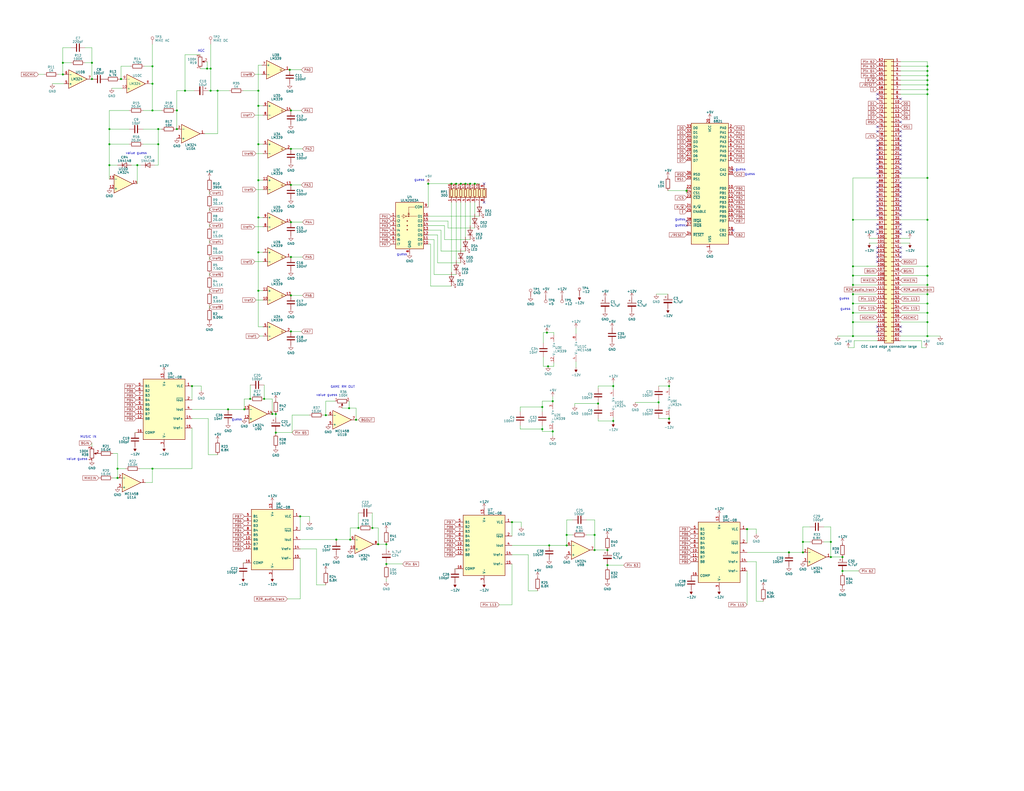
<source format=kicad_sch>
(kicad_sch (version 20230121) (generator eeschema)
  (paper "C")
  (junction (at 506.095 120.015))
  (junction (at 359.41 219.71))
  (junction (at 506.095 183.515))
  (junction (at 114.935 37.465))
  (junction (at 124.46 223.52))
  (junction (at 66.04 43.18))
  (junction (at 140.97 49.53))
  (junction (at 158.75 100.965))
  (junction (at 459.74 304.165))
  (junction (at 83.185 255.905))
  (junction (at 210.82 297.18))
  (junction (at 331.47 308.61))
  (junction (at 190.5 222.885))
  (junction (at 365.125 210.82))
  (junction (at 158.75 121.285))
  (junction (at 465.455 145.415))
  (junction (at 158.75 140.335))
  (junction (at 59.69 78.74))
  (junction (at 59.69 90.17))
  (junction (at 50.165 34.29))
  (junction (at 183.515 294.64))
  (junction (at 251.46 100.33))
  (junction (at 365.125 228.6))
  (junction (at 506.095 38.735))
  (junction (at 465.455 150.495))
  (junction (at 298.45 181.61))
  (junction (at 453.39 295.91))
  (junction (at 64.135 260.985))
  (junction (at 34.29 34.29))
  (junction (at 453.39 304.165))
  (junction (at 326.39 220.345))
  (junction (at 374.65 104.14))
  (junction (at 203.2 288.29))
  (junction (at 465.455 165.735))
  (junction (at 133.35 223.52))
  (junction (at 301.625 235.585))
  (junction (at 96.52 60.325))
  (junction (at 140.97 118.745))
  (junction (at 163.83 281.94))
  (junction (at 86.36 70.485))
  (junction (at 158.115 38.1))
  (junction (at 506.095 51.435))
  (junction (at 96.52 70.485))
  (junction (at 148.59 226.06))
  (junction (at 194.31 229.235))
  (junction (at 246.38 100.33))
  (junction (at 506.095 41.275))
  (junction (at 86.36 78.74))
  (junction (at 191.135 294.64))
  (junction (at 206.375 297.18))
  (junction (at 506.095 46.355))
  (junction (at 150.495 236.22))
  (junction (at 295.91 222.25))
  (junction (at 459.74 311.785))
  (junction (at 309.245 297.815))
  (junction (at 150.495 226.06))
  (junction (at 158.75 60.325))
  (junction (at 299.72 297.815))
  (junction (at 140.97 98.425))
  (junction (at 50.165 43.18))
  (junction (at 256.54 100.33))
  (junction (at 506.095 97.155))
  (junction (at 74.93 90.17))
  (junction (at 140.97 158.75))
  (junction (at 295.91 234.315))
  (junction (at 324.485 292.1))
  (junction (at 506.095 150.495))
  (junction (at 113.03 37.465))
  (junction (at 465.455 160.655))
  (junction (at 407.67 288.925))
  (junction (at 324.485 300.355))
  (junction (at 34.29 40.64))
  (junction (at 465.455 170.815))
  (junction (at 506.095 43.815))
  (junction (at 465.455 183.515))
  (junction (at 506.095 155.575))
  (junction (at 59.69 70.485))
  (junction (at 136.525 217.805))
  (junction (at 104.775 210.82))
  (junction (at 114.935 49.53))
  (junction (at 334.645 229.87))
  (junction (at 301.625 219.075))
  (junction (at 309.245 292.1))
  (junction (at 279.4 285.115))
  (junction (at 177.8 226.695))
  (junction (at 64.135 255.905))
  (junction (at 438.15 295.91))
  (junction (at 506.095 165.735))
  (junction (at 506.095 160.655))
  (junction (at 158.75 180.975))
  (junction (at 506.095 48.895))
  (junction (at 233.68 100.33))
  (junction (at 83.185 45.72))
  (junction (at 438.15 301.625))
  (junction (at 248.92 100.33))
  (junction (at 430.53 301.625))
  (junction (at 506.095 145.415))
  (junction (at 299.085 200.025))
  (junction (at 100.965 49.53))
  (junction (at 254 100.33))
  (junction (at 334.645 210.82))
  (junction (at 144.145 217.805))
  (junction (at 506.095 175.895))
  (junction (at 83.185 60.325))
  (junction (at 140.97 78.74))
  (junction (at 195.58 288.29))
  (junction (at 83.185 36.195))
  (junction (at 118.745 49.53))
  (junction (at 158.75 81.28))
  (junction (at 210.82 307.975))
  (junction (at 140.97 57.785))
  (junction (at 465.455 120.015))
  (junction (at 465.455 155.575))
  (junction (at 259.08 100.33))
  (junction (at 506.095 36.195))
  (junction (at 140.97 137.795))
  (junction (at 465.455 175.895))
  (junction (at 158.75 161.29))
  (junction (at 506.095 170.815))
  (junction (at 331.47 300.355))
  (no_connect (at 478.79 71.755))
  (no_connect (at 491.49 112.395))
  (no_connect (at 491.49 140.335))
  (no_connect (at 491.49 86.995))
  (no_connect (at 478.79 112.395))
  (no_connect (at 491.49 102.235))
  (no_connect (at 491.49 94.615))
  (no_connect (at 478.79 114.935))
  (no_connect (at 478.79 180.975))
  (no_connect (at 491.49 81.915))
  (no_connect (at 478.79 137.795))
  (no_connect (at 478.79 79.375))
  (no_connect (at 491.49 79.375))
  (no_connect (at 491.49 109.855))
  (no_connect (at 478.79 178.435))
  (no_connect (at 491.49 84.455))
  (no_connect (at 491.49 117.475))
  (no_connect (at 491.49 89.535))
  (no_connect (at 478.79 53.975))
  (no_connect (at 478.79 140.335))
  (no_connect (at 478.79 89.535))
  (no_connect (at 478.79 94.615))
  (no_connect (at 491.49 92.075))
  (no_connect (at 491.49 127.635))
  (no_connect (at 400.05 125.73))
  (no_connect (at 478.79 102.235))
  (no_connect (at 478.79 109.855))
  (no_connect (at 491.49 122.555))
  (no_connect (at 478.79 92.075))
  (no_connect (at 491.49 66.675))
  (no_connect (at 491.49 135.255))
  (no_connect (at 478.79 107.315))
  (no_connect (at 491.49 104.775))
  (no_connect (at 374.65 120.65))
  (no_connect (at 478.79 99.695))
  (no_connect (at 491.49 76.835))
  (no_connect (at 478.79 125.095))
  (no_connect (at 478.79 127.635))
  (no_connect (at 491.49 178.435))
  (no_connect (at 491.49 99.695))
  (no_connect (at 491.49 114.935))
  (no_connect (at 491.49 74.295))
  (no_connect (at 478.79 69.215))
  (no_connect (at 491.49 107.315))
  (no_connect (at 478.79 76.835))
  (no_connect (at 400.05 92.71))
  (no_connect (at 478.79 84.455))
  (no_connect (at 478.79 117.475))
  (no_connect (at 264.16 110.49))
  (no_connect (at 478.79 51.435))
  (no_connect (at 478.79 81.915))
  (no_connect (at 491.49 180.975))
  (no_connect (at 478.79 104.775))
  (no_connect (at 478.79 142.875))
  (no_connect (at 491.49 53.975))
  (no_connect (at 374.65 123.19))
  (no_connect (at 491.49 125.095))
  (no_connect (at 478.79 135.255))
  (no_connect (at 264.16 100.33))
  (no_connect (at 478.79 122.555))
  (no_connect (at 478.79 86.995))
  (no_connect (at 491.49 137.795))
  (no_connect (at 491.49 71.755))
  (wire (pts (xy 74.93 90.17) (xy 74.93 100.33)))
  (wire (pts (xy 83.185 36.195) (xy 83.185 45.72)))
  (wire (pts (xy 320.04 283.845) (xy 324.485 283.845)))
  (wire (pts (xy 233.68 100.33) (xy 246.38 100.33)))
  (wire (pts (xy 66.04 43.18) (xy 66.675 43.18)))
  (wire (pts (xy 140.97 137.795) (xy 143.51 137.795)))
  (wire (pts (xy 478.79 155.575) (xy 465.455 155.575)))
  (wire (pts (xy 251.46 143.51) (xy 238.76 143.51)))
  (wire (pts (xy 288.29 322.58) (xy 293.37 322.58)))
  (wire (pts (xy 478.79 120.015) (xy 465.455 120.015)))
  (wire (pts (xy 139.7 103.505) (xy 143.51 103.505)))
  (wire (pts (xy 412.75 328.295) (xy 412.75 306.705)))
  (wire (pts (xy 246.38 148.59) (xy 246.38 110.49)))
  (wire (pts (xy 183.515 294.64) (xy 183.515 295.275)))
  (wire (pts (xy 478.79 175.895) (xy 465.455 175.895)))
  (wire (pts (xy 96.52 60.325) (xy 96.52 70.485)))
  (wire (pts (xy 165.1 121.285) (xy 158.75 121.285)))
  (wire (pts (xy 465.455 165.735) (xy 465.455 160.655)))
  (wire (pts (xy 233.68 118.11) (xy 261.62 118.11)))
  (wire (pts (xy 453.39 287.655) (xy 453.39 295.91)))
  (wire (pts (xy 491.49 38.735) (xy 506.095 38.735)))
  (wire (pts (xy 331.47 308.61) (xy 331.47 307.975)))
  (wire (pts (xy 478.79 183.515) (xy 465.455 183.515)))
  (wire (pts (xy 441.96 287.655) (xy 438.15 287.655)))
  (wire (pts (xy 164.465 100.965) (xy 158.75 100.965)))
  (wire (pts (xy 295.91 232.41) (xy 295.91 234.315)))
  (wire (pts (xy 140.97 49.53) (xy 140.97 57.785)))
  (wire (pts (xy 177.8 226.695) (xy 177.8 219.075)))
  (wire (pts (xy 374.65 102.87) (xy 374.65 104.14)))
  (wire (pts (xy 298.45 181.61) (xy 302.26 181.61)))
  (wire (pts (xy 466.09 189.865) (xy 462.915 189.865)))
  (wire (pts (xy 86.36 70.485) (xy 86.36 78.74)))
  (wire (pts (xy 506.095 170.815) (xy 506.095 165.735)))
  (wire (pts (xy 478.79 160.655) (xy 465.455 160.655)))
  (wire (pts (xy 279.4 330.2) (xy 279.4 307.975)))
  (wire (pts (xy 113.03 37.465) (xy 109.22 37.465)))
  (wire (pts (xy 163.83 289.56) (xy 163.83 281.94)))
  (wire (pts (xy 506.095 145.415) (xy 506.095 120.015)))
  (wire (pts (xy 79.375 263.525) (xy 83.185 263.525)))
  (wire (pts (xy 254 129.54) (xy 254 110.49)))
  (wire (pts (xy 365.125 228.6) (xy 365.125 227.33)))
  (wire (pts (xy 474.345 132.715) (xy 478.79 132.715)))
  (wire (pts (xy 191.135 288.29) (xy 191.135 294.64)))
  (wire (pts (xy 331.47 308.61) (xy 340.36 308.61)))
  (wire (pts (xy 506.095 150.495) (xy 506.095 145.415)))
  (wire (pts (xy 139.065 40.64) (xy 142.875 40.64)))
  (wire (pts (xy 61.595 247.65) (xy 64.135 247.65)))
  (wire (pts (xy 256.54 100.33) (xy 259.08 100.33)))
  (wire (pts (xy 114.3 167.005) (xy 114.3 168.275)))
  (wire (pts (xy 313.69 220.345) (xy 313.69 221.615)))
  (wire (pts (xy 314.325 179.07) (xy 314.325 182.245)))
  (wire (pts (xy 95.885 60.325) (xy 96.52 60.325)))
  (wire (pts (xy 236.855 149.86) (xy 236.855 130.81)))
  (wire (pts (xy 346.71 219.71) (xy 359.41 219.71)))
  (wire (pts (xy 309.245 283.845) (xy 309.245 292.1)))
  (wire (pts (xy 164.465 180.975) (xy 158.75 180.975)))
  (wire (pts (xy 114.3 158.115) (xy 114.3 159.385)))
  (wire (pts (xy 59.69 90.17) (xy 64.135 90.17)))
  (wire (pts (xy 73.66 236.22) (xy 74.295 236.22)))
  (wire (pts (xy 81.915 45.72) (xy 83.185 45.72)))
  (wire (pts (xy 96.52 49.53) (xy 96.52 60.325)))
  (wire (pts (xy 113.665 49.53) (xy 114.935 49.53)))
  (wire (pts (xy 334.645 210.82) (xy 334.645 212.725)))
  (wire (pts (xy 359.41 210.82) (xy 365.125 210.82)))
  (wire (pts (xy 172.72 299.72) (xy 172.72 319.405)))
  (wire (pts (xy 114.3 113.665) (xy 114.3 114.935)))
  (wire (pts (xy 206.375 297.18) (xy 206.375 288.29)))
  (wire (pts (xy 64.135 255.905) (xy 64.135 260.985)))
  (wire (pts (xy 506.095 120.015) (xy 491.49 120.015)))
  (wire (pts (xy 295.91 224.79) (xy 295.91 222.25)))
  (wire (pts (xy 301.625 238.125) (xy 301.625 235.585)))
  (wire (pts (xy 491.49 175.895) (xy 506.095 175.895)))
  (wire (pts (xy 177.8 226.695) (xy 179.07 226.695)))
  (wire (pts (xy 165.1 161.29) (xy 158.75 161.29)))
  (wire (pts (xy 326.39 229.87) (xy 334.645 229.87)))
  (wire (pts (xy 466.09 189.865) (xy 466.09 186.055)))
  (wire (pts (xy 242.57 130.81) (xy 242.57 123.19)))
  (wire (pts (xy 83.185 60.325) (xy 88.265 60.325)))
  (wire (pts (xy 83.185 24.13) (xy 83.185 36.195)))
  (wire (pts (xy 31.75 40.64) (xy 34.29 40.64)))
  (wire (pts (xy 312.42 283.845) (xy 309.245 283.845)))
  (wire (pts (xy 309.245 292.1) (xy 309.245 297.815)))
  (wire (pts (xy 506.095 46.355) (xy 506.095 43.815)))
  (wire (pts (xy 491.49 170.815) (xy 506.095 170.815)))
  (wire (pts (xy 506.095 41.275) (xy 506.095 38.735)))
  (wire (pts (xy 78.105 70.485) (xy 86.36 70.485)))
  (wire (pts (xy 491.49 165.735) (xy 506.095 165.735)))
  (wire (pts (xy 506.095 36.195) (xy 506.095 33.655)))
  (wire (pts (xy 132.715 307.34) (xy 133.35 307.34)))
  (wire (pts (xy 206.375 297.18) (xy 210.82 297.18)))
  (wire (pts (xy 210.82 299.72) (xy 210.82 297.18)))
  (wire (pts (xy 295.91 235.585) (xy 301.625 235.585)))
  (wire (pts (xy 86.36 70.485) (xy 88.265 70.485)))
  (wire (pts (xy 502.92 189.865) (xy 502.92 186.055)))
  (wire (pts (xy 140.97 137.795) (xy 140.97 158.75)))
  (wire (pts (xy 186.69 222.885) (xy 190.5 222.885)))
  (wire (pts (xy 109.22 29.845) (xy 100.965 29.845)))
  (wire (pts (xy 66.04 43.18) (xy 66.04 36.195)))
  (wire (pts (xy 295.91 222.25) (xy 295.91 219.075)))
  (wire (pts (xy 76.835 90.17) (xy 74.93 90.17)))
  (wire (pts (xy 83.185 255.905) (xy 104.775 255.905)))
  (wire (pts (xy 331.47 300.355) (xy 324.485 300.355)))
  (wire (pts (xy 140.97 118.745) (xy 140.97 137.795)))
  (wire (pts (xy 176.53 226.695) (xy 177.8 226.695)))
  (wire (pts (xy 233.68 113.03) (xy 233.68 100.33)))
  (wire (pts (xy 453.39 304.165) (xy 459.74 304.165)))
  (wire (pts (xy 302.26 200.025) (xy 302.26 198.12)))
  (wire (pts (xy 140.97 118.745) (xy 143.51 118.745)))
  (wire (pts (xy 104.775 218.44) (xy 104.775 210.82)))
  (wire (pts (xy 256.54 123.19) (xy 256.54 110.49)))
  (wire (pts (xy 34.29 40.64) (xy 34.925 40.64)))
  (wire (pts (xy 365.125 210.185) (xy 365.125 210.82)))
  (wire (pts (xy 491.49 130.175) (xy 496.57 130.175)))
  (wire (pts (xy 163.83 327.025) (xy 163.83 304.8)))
  (wire (pts (xy 296.545 181.61) (xy 298.45 181.61)))
  (wire (pts (xy 65.405 43.18) (xy 66.04 43.18)))
  (wire (pts (xy 104.775 210.82) (xy 109.855 210.82)))
  (wire (pts (xy 64.135 247.65) (xy 64.135 255.905)))
  (wire (pts (xy 165.1 140.335) (xy 158.75 140.335)))
  (wire (pts (xy 59.69 70.485) (xy 70.485 70.485)))
  (wire (pts (xy 59.69 70.485) (xy 59.69 78.74)))
  (wire (pts (xy 465.455 120.015) (xy 465.455 97.155)))
  (wire (pts (xy 246.38 156.21) (xy 234.95 156.21)))
  (wire (pts (xy 506.095 38.735) (xy 506.095 36.195)))
  (wire (pts (xy 195.58 288.29) (xy 191.135 288.29)))
  (wire (pts (xy 148.59 226.06) (xy 148.59 217.805)))
  (wire (pts (xy 140.97 158.75) (xy 140.97 178.435)))
  (wire (pts (xy 438.15 295.91) (xy 438.15 301.625)))
  (wire (pts (xy 140.97 158.75) (xy 143.51 158.75)))
  (wire (pts (xy 506.095 175.895) (xy 506.095 170.815)))
  (wire (pts (xy 438.15 287.655) (xy 438.15 295.91)))
  (wire (pts (xy 506.095 175.895) (xy 506.095 183.515)))
  (wire (pts (xy 283.845 224.79) (xy 283.845 222.25)))
  (wire (pts (xy 254 100.33) (xy 256.54 100.33)))
  (wire (pts (xy 165.1 81.28) (xy 158.75 81.28)))
  (wire (pts (xy 491.49 155.575) (xy 506.095 155.575)))
  (wire (pts (xy 140.97 57.785) (xy 143.51 57.785)))
  (wire (pts (xy 324.485 292.1) (xy 320.04 292.1)))
  (wire (pts (xy 506.095 183.515) (xy 513.08 183.515)))
  (wire (pts (xy 491.49 150.495) (xy 506.095 150.495)))
  (wire (pts (xy 296.545 194.945) (xy 296.545 200.025)))
  (wire (pts (xy 491.49 46.355) (xy 506.095 46.355)))
  (wire (pts (xy 506.095 160.655) (xy 506.095 155.575)))
  (wire (pts (xy 210.82 307.975) (xy 210.82 308.61)))
  (wire (pts (xy 78.105 60.325) (xy 83.185 60.325)))
  (wire (pts (xy 299.085 200.025) (xy 302.26 200.025)))
  (wire (pts (xy 219.71 307.975) (xy 210.82 307.975)))
  (wire (pts (xy 114.3 122.555) (xy 114.3 123.825)))
  (wire (pts (xy 139.065 62.865) (xy 143.51 62.865)))
  (wire (pts (xy 465.455 150.495) (xy 465.455 145.415)))
  (wire (pts (xy 206.375 288.29) (xy 203.2 288.29)))
  (wire (pts (xy 365.125 210.82) (xy 365.125 212.09)))
  (wire (pts (xy 324.485 292.1) (xy 324.485 300.355)))
  (wire (pts (xy 240.665 137.16) (xy 240.665 125.73)))
  (wire (pts (xy 140.97 35.56) (xy 140.97 49.53)))
  (wire (pts (xy 133.35 217.805) (xy 133.35 223.52)))
  (wire (pts (xy 210.82 307.34) (xy 210.82 307.975)))
  (wire (pts (xy 139.7 83.82) (xy 143.51 83.82)))
  (wire (pts (xy 259.08 124.46) (xy 244.475 124.46)))
  (wire (pts (xy 453.39 295.91) (xy 449.58 295.91)))
  (wire (pts (xy 296.545 200.025) (xy 299.085 200.025)))
  (wire (pts (xy 506.095 48.895) (xy 506.095 46.355)))
  (wire (pts (xy 34.29 26.035) (xy 38.735 26.035)))
  (wire (pts (xy 459.74 313.055) (xy 459.74 311.785)))
  (wire (pts (xy 28.575 45.72) (xy 34.925 45.72)))
  (wire (pts (xy 66.04 36.195) (xy 71.12 36.195)))
  (wire (pts (xy 136.525 210.185) (xy 136.525 217.805)))
  (wire (pts (xy 156.845 327.025) (xy 163.83 327.025)))
  (wire (pts (xy 142.875 35.56) (xy 140.97 35.56)))
  (wire (pts (xy 441.96 295.91) (xy 438.15 295.91)))
  (wire (pts (xy 163.83 294.64) (xy 183.515 294.64)))
  (wire (pts (xy 312.42 292.1) (xy 309.245 292.1)))
  (wire (pts (xy 465.455 170.815) (xy 465.455 165.735)))
  (wire (pts (xy 449.58 287.655) (xy 453.39 287.655)))
  (wire (pts (xy 491.49 51.435) (xy 506.095 51.435)))
  (wire (pts (xy 71.755 90.17) (xy 74.93 90.17)))
  (wire (pts (xy 244.475 124.46) (xy 244.475 120.65)))
  (wire (pts (xy 256.54 130.81) (xy 242.57 130.81)))
  (wire (pts (xy 113.03 33.655) (xy 113.03 37.465)))
  (wire (pts (xy 190.5 222.885) (xy 190.5 219.075)))
  (wire (pts (xy 234.95 156.21) (xy 234.95 133.35)))
  (wire (pts (xy 248.92 100.33) (xy 251.46 100.33)))
  (wire (pts (xy 194.31 229.235) (xy 194.31 222.885)))
  (wire (pts (xy 457.2 183.515) (xy 465.455 183.515)))
  (wire (pts (xy 283.845 234.315) (xy 295.91 234.315)))
  (wire (pts (xy 295.91 219.075) (xy 301.625 219.075)))
  (wire (pts (xy 506.095 43.815) (xy 491.49 43.815)))
  (wire (pts (xy 465.455 175.895) (xy 465.455 170.815)))
  (wire (pts (xy 194.31 222.885) (xy 190.5 222.885)))
  (wire (pts (xy 254 137.16) (xy 240.665 137.16)))
  (wire (pts (xy 412.75 306.705) (xy 407.67 306.705)))
  (wire (pts (xy 139.065 142.875) (xy 143.51 142.875)))
  (wire (pts (xy 113.665 228.6) (xy 113.665 248.285)))
  (wire (pts (xy 295.91 234.315) (xy 295.91 235.585)))
  (wire (pts (xy 114.3 104.775) (xy 114.3 106.045)))
  (wire (pts (xy 150.495 236.22) (xy 150.495 235.585)))
  (wire (pts (xy 139.065 123.825) (xy 143.51 123.825)))
  (wire (pts (xy 407.67 301.625) (xy 430.53 301.625)))
  (wire (pts (xy 238.76 128.27) (xy 233.68 128.27)))
  (wire (pts (xy 141.605 183.515) (xy 143.51 183.515)))
  (wire (pts (xy 34.29 34.29) (xy 34.29 26.035)))
  (wire (pts (xy 83.185 255.905) (xy 83.185 263.525)))
  (wire (pts (xy 96.52 49.53) (xy 100.965 49.53)))
  (wire (pts (xy 118.745 49.53) (xy 125.095 49.53)))
  (wire (pts (xy 478.79 150.495) (xy 465.455 150.495)))
  (wire (pts (xy 478.79 145.415) (xy 465.455 145.415)))
  (wire (pts (xy 326.39 212.09) (xy 326.39 210.82)))
  (wire (pts (xy 474.345 130.175) (xy 478.79 130.175)))
  (wire (pts (xy 491.49 183.515) (xy 506.095 183.515)))
  (wire (pts (xy 59.69 60.325) (xy 59.69 70.485)))
  (wire (pts (xy 430.53 301.625) (xy 438.15 301.625)))
  (wire (pts (xy 140.97 98.425) (xy 140.97 118.745)))
  (wire (pts (xy 465.455 183.515) (xy 465.455 175.895)))
  (wire (pts (xy 365.125 229.235) (xy 365.125 228.6)))
  (wire (pts (xy 114.3 140.335) (xy 114.3 141.605)))
  (wire (pts (xy 283.845 222.25) (xy 295.91 222.25)))
  (wire (pts (xy 506.095 36.195) (xy 491.49 36.195)))
  (wire (pts (xy 86.36 78.74) (xy 86.36 90.17)))
  (wire (pts (xy 104.775 223.52) (xy 124.46 223.52)))
  (wire (pts (xy 172.72 319.405) (xy 177.8 319.405)))
  (wire (pts (xy 140.97 78.74) (xy 140.97 98.425)))
  (wire (pts (xy 334.645 208.915) (xy 334.645 210.82)))
  (wire (pts (xy 46.355 26.035) (xy 50.165 26.035)))
  (wire (pts (xy 60.96 48.26) (xy 66.675 48.26)))
  (wire (pts (xy 114.935 37.465) (xy 113.03 37.465)))
  (wire (pts (xy 148.59 226.06) (xy 150.495 226.06)))
  (wire (pts (xy 109.855 210.82) (xy 109.855 213.36)))
  (wire (pts (xy 288.29 302.895) (xy 288.29 322.58)))
  (wire (pts (xy 46.355 34.29) (xy 50.165 34.29)))
  (wire (pts (xy 359.41 219.71) (xy 359.41 220.98)))
  (wire (pts (xy 453.39 304.165) (xy 453.39 295.91)))
  (wire (pts (xy 164.465 38.1) (xy 158.115 38.1)))
  (wire (pts (xy 248.92 142.24) (xy 248.92 110.49)))
  (wire (pts (xy 334.645 229.87) (xy 334.645 230.505)))
  (wire (pts (xy 86.36 78.74) (xy 78.105 78.74)))
  (wire (pts (xy 259.08 100.33) (xy 261.62 100.33)))
  (wire (pts (xy 506.095 97.155) (xy 506.095 51.435)))
  (wire (pts (xy 279.4 302.895) (xy 288.29 302.895)))
  (wire (pts (xy 279.4 292.735) (xy 279.4 285.115)))
  (wire (pts (xy 164.465 60.325) (xy 158.75 60.325)))
  (wire (pts (xy 100.965 29.845) (xy 100.965 49.53)))
  (wire (pts (xy 163.83 299.72) (xy 172.72 299.72)))
  (wire (pts (xy 279.4 297.815) (xy 299.72 297.815)))
  (wire (pts (xy 78.74 36.195) (xy 83.185 36.195)))
  (wire (pts (xy 283.845 232.41) (xy 283.845 234.315)))
  (wire (pts (xy 326.39 210.82) (xy 334.645 210.82)))
  (wire (pts (xy 210.82 317.5) (xy 210.82 316.23)))
  (wire (pts (xy 104.775 228.6) (xy 113.665 228.6)))
  (wire (pts (xy 140.97 98.425) (xy 143.51 98.425)))
  (wire (pts (xy 246.38 100.33) (xy 248.92 100.33)))
  (wire (pts (xy 364.49 104.14) (xy 374.65 104.14)))
  (wire (pts (xy 279.4 285.115) (xy 284.48 285.115)))
  (wire (pts (xy 86.36 90.17) (xy 84.455 90.17)))
  (wire (pts (xy 407.67 296.545) (xy 407.67 288.925)))
  (wire (pts (xy 491.49 160.655) (xy 506.095 160.655)))
  (wire (pts (xy 301.625 219.075) (xy 301.625 219.71)))
  (wire (pts (xy 407.67 288.925) (xy 412.75 288.925)))
  (wire (pts (xy 159.385 226.695) (xy 168.91 226.695)))
  (wire (pts (xy 374.65 104.14) (xy 374.65 105.41)))
  (wire (pts (xy 491.49 145.415) (xy 506.095 145.415)))
  (wire (pts (xy 465.455 155.575) (xy 465.455 150.495)))
  (wire (pts (xy 478.79 170.815) (xy 465.455 170.815)))
  (wire (pts (xy 331.47 309.88) (xy 331.47 308.61)))
  (wire (pts (xy 284.48 285.115) (xy 284.48 287.655)))
  (wire (pts (xy 114.935 24.13) (xy 114.935 37.465)))
  (wire (pts (xy 491.49 48.895) (xy 506.095 48.895)))
  (wire (pts (xy 506.095 165.735) (xy 506.095 160.655)))
  (wire (pts (xy 76.2 255.905) (xy 83.185 255.905)))
  (wire (pts (xy 114.3 150.495) (xy 114.3 149.225)))
  (wire (pts (xy 334.645 227.965) (xy 334.645 229.87)))
  (wire (pts (xy 132.715 49.53) (xy 140.97 49.53)))
  (wire (pts (xy 133.35 223.52) (xy 124.46 223.52)))
  (wire (pts (xy 159.385 226.695) (xy 159.385 236.22)))
  (wire (pts (xy 140.97 57.785) (xy 140.97 78.74)))
  (wire (pts (xy 95.885 70.485) (xy 96.52 70.485)))
  (wire (pts (xy 194.31 229.235) (xy 195.58 229.235)))
  (wire (pts (xy 466.09 186.055) (xy 478.79 186.055)))
  (wire (pts (xy 301.625 235.585) (xy 301.625 234.95)))
  (wire (pts (xy 248.285 310.515) (xy 248.92 310.515)))
  (wire (pts (xy 104.775 255.905) (xy 104.775 233.68)))
  (wire (pts (xy 259.08 116.84) (xy 259.08 110.49)))
  (wire (pts (xy 359.41 228.6) (xy 365.125 228.6)))
  (wire (pts (xy 465.455 160.655) (xy 465.455 155.575)))
  (wire (pts (xy 299.72 297.815) (xy 309.245 297.815)))
  (wire (pts (xy 505.46 189.865) (xy 502.92 189.865)))
  (wire (pts (xy 34.29 34.29) (xy 38.735 34.29)))
  (wire (pts (xy 34.29 40.64) (xy 34.29 34.29)))
  (wire (pts (xy 506.095 41.275) (xy 491.49 41.275)))
  (wire (pts (xy 478.79 165.735) (xy 465.455 165.735)))
  (wire (pts (xy 140.97 178.435) (xy 143.51 178.435)))
  (wire (pts (xy 326.39 220.345) (xy 326.39 220.98)))
  (wire (pts (xy 68.58 255.905) (xy 64.135 255.905)))
  (wire (pts (xy 195.58 280.035) (xy 195.58 288.29)))
  (wire (pts (xy 244.475 120.65) (xy 233.68 120.65)))
  (wire (pts (xy 324.485 283.845) (xy 324.485 292.1)))
  (wire (pts (xy 248.92 149.86) (xy 236.855 149.86)))
  (wire (pts (xy 296.545 187.325) (xy 296.545 181.61)))
  (wire (pts (xy 506.095 51.435) (xy 506.095 48.895)))
  (wire (pts (xy 359.41 218.44) (xy 359.41 219.71)))
  (wire (pts (xy 114.3 131.445) (xy 114.3 132.715)))
  (wire (pts (xy 240.665 125.73) (xy 233.68 125.73)))
  (wire (pts (xy 236.855 130.81) (xy 233.68 130.81)))
  (wire (pts (xy 502.92 186.055) (xy 491.49 186.055)))
  (wire (pts (xy 50.165 26.035) (xy 50.165 34.29)))
  (wire (pts (xy 20.955 40.64) (xy 24.13 40.64)))
  (wire (pts (xy 234.95 133.35) (xy 233.68 133.35)))
  (wire (pts (xy 150.495 236.855) (xy 150.495 236.22)))
  (wire (pts (xy 70.485 78.74) (xy 59.69 78.74)))
  (wire (pts (xy 506.095 43.815) (xy 506.095 41.275)))
  (wire (pts (xy 144.145 210.185) (xy 144.145 217.805)))
  (wire (pts (xy 111.76 73.025) (xy 118.745 73.025)))
  (wire (pts (xy 203.2 280.035) (xy 203.2 288.29)))
  (wire (pts (xy 140.97 78.74) (xy 143.51 78.74)))
  (wire (pts (xy 183.515 294.64) (xy 191.135 294.64)))
  (wire (pts (xy 100.965 49.53) (xy 106.045 49.53)))
  (wire (pts (xy 139.7 163.83) (xy 143.51 163.83)))
  (wire (pts (xy 50.165 241.935) (xy 50.165 243.84)))
  (wire (pts (xy 83.185 45.72) (xy 83.185 60.325)))
  (wire (pts (xy 491.49 97.155) (xy 506.095 97.155)))
  (wire (pts (xy 459.74 311.785) (xy 468.63 311.785)))
  (wire (pts (xy 251.46 100.33) (xy 254 100.33)))
  (wire (pts (xy 302.26 181.61) (xy 302.26 182.88)))
  (wire (pts (xy 168.91 281.94) (xy 168.91 284.48)))
  (wire (pts (xy 177.8 219.075) (xy 182.88 219.075)))
  (wire (pts (xy 118.745 73.025) (xy 118.745 49.53)))
  (wire (pts (xy 242.57 123.19) (xy 233.68 123.19)))
  (wire (pts (xy 326.39 220.345) (xy 313.69 220.345)))
  (wire (pts (xy 272.415 330.2) (xy 279.4 330.2)))
  (wire (pts (xy 416.56 328.295) (xy 412.75 328.295)))
  (wire (pts (xy 478.79 97.155) (xy 465.455 97.155)))
  (wire (pts (xy 314.325 197.485) (xy 314.325 200.66)))
  (wire (pts (xy 358.14 160.655) (xy 364.49 160.655)))
  (wire (pts (xy 251.46 135.89) (xy 251.46 110.49)))
  (wire (pts (xy 113.665 248.285) (xy 118.745 248.285)))
  (wire (pts (xy 407.67 311.785) (xy 407.67 330.2)))
  (wire (pts (xy 61.595 260.985) (xy 64.135 260.985)))
  (wire (pts (xy 144.145 217.805) (xy 148.59 217.805)))
  (wire (pts (xy 326.39 219.71) (xy 326.39 220.345)))
  (wire (pts (xy 59.69 90.17) (xy 59.69 97.79)))
  (wire (pts (xy 136.525 217.805) (xy 133.35 217.805)))
  (wire (pts (xy 150.495 227.965) (xy 150.495 226.06)))
  (wire (pts (xy 326.39 228.6) (xy 326.39 229.87)))
  (wire (pts (xy 50.165 34.29) (xy 50.165 43.18)))
  (wire (pts (xy 114.935 49.53) (xy 114.935 37.465)))
  (wire (pts (xy 238.76 143.51) (xy 238.76 128.27)))
  (wire (pts (xy 301.625 216.535) (xy 301.625 219.075)))
  (wire (pts (xy 114.935 49.53) (xy 118.745 49.53)))
  (wire (pts (xy 163.83 281.94) (xy 168.91 281.94)))
  (wire (pts (xy 506.095 120.015) (xy 506.095 97.155)))
  (wire (pts (xy 59.69 60.325) (xy 70.485 60.325)))
  (wire (pts (xy 465.455 145.415) (xy 465.455 120.015)))
  (wire (pts (xy 491.49 132.715) (xy 496.57 132.715)))
  (wire (pts (xy 59.69 78.74) (xy 59.69 90.17)))
  (wire (pts (xy 412.75 288.925) (xy 412.75 291.465)))
  (wire (pts (xy 491.49 33.655) (xy 506.095 33.655)))
  (wire (pts (xy 150.495 236.22) (xy 159.385 236.22)))
  (wire (pts (xy 506.095 155.575) (xy 506.095 150.495)))
  (text "guess" (at 464.185 169.545 0) (effects (font (size 1.27 1.27)) (justify right bottom)))
  (text "guess" (at 132.08 229.87 0) (effects (font (size 1.27 1.27)) (justify right bottom)))
  (text "guess" (at 368.3 120.65 0) (effects (font (size 1.27 1.27)) (justify left bottom)))
  (text "AGC" (at 107.95 28.575 0) (effects (font (size 1.27 1.27)) (justify left bottom)))
  (text "value guess" (at 68.58 84.455 0) (effects (font (size 1.27 1.27)) (justify left bottom)))
  (text "guess" (at 226.06 99.06 0) (effects (font (size 1.27 1.27)) (justify left bottom)))
  (text "guess" (at 406.4 95.885 0) (effects (font (size 1.27 1.27)) (justify left bottom)))
  (text "guess" (at 216.535 139.7 0) (effects (font (size 1.27 1.27)) (justify left bottom)))
  (text "guess" (at 401.32 93.345 0) (effects (font (size 1.27 1.27)) (justify left bottom)))
  (text "GAME RM OUT" (at 180.34 212.09 0) (effects (font (size 1.27 1.27)) (justify left bottom)))
  (text "value guess" (at 184.15 216.535 0) (effects (font (size 1.27 1.27)) (justify right bottom)))
  (text "MUSIC IN" (at 52.705 239.395 0) (effects (font (size 1.27 1.27)) (justify right bottom)))
  (text "guess" (at 368.3 123.825 0) (effects (font (size 1.27 1.27)) (justify left bottom)))
  (text "value guess" (at 36.195 251.46 0) (effects (font (size 1.27 1.27)) (justify left bottom)))
  (text "guess" (at 463.55 163.83 0) (effects (font (size 1.27 1.27)) (justify right bottom)))
  (global_label "BGIN" (shape input) (at 50.165 241.935 180) (property "Intersheetrefs" "${INTERSHEET_REFS}" (effects hide)))
  (global_label "BGOUT" (shape input) (at 195.58 229.235 0) (property "Intersheetrefs" "${INTERSHEET_REFS}" (effects hide)))
  (global_label "Pin 115" (shape input) (at 478.79 168.275 180) (property "Intersheetrefs" "${INTERSHEET_REFS}" (effects hide)))
  (global_label "AGCMIC" (shape input) (at 478.79 173.355 180) (property "Intersheetrefs" "${INTERSHEET_REFS}" (effects hide)))
  (global_label "PB4" (shape input) (at 248.92 292.735 180) (property "Intersheetrefs" "${INTERSHEET_REFS}" (effects hide)))
  (global_label "D1" (shape input) (at 374.65 72.39 180) (property "Intersheetrefs" "${INTERSHEET_REFS}" (effects hide)))
  (global_label "D2" (shape input) (at 374.65 74.93 180) (property "Intersheetrefs" "${INTERSHEET_REFS}" (effects hide)))
  (global_label "Pin 113" (shape input) (at 272.415 330.2 180) (property "Intersheetrefs" "${INTERSHEET_REFS}" (effects hide)))
  (global_label "PB4" (shape input) (at 74.295 218.44 180) (property "Intersheetrefs" "${INTERSHEET_REFS}" (effects hide)))
  (global_label "R{slash}~{W}" (shape input) (at 478.79 43.815 180) (property "Intersheetrefs" "${INTERSHEET_REFS}" (effects hide)))
  (global_label "Vref1" (shape input) (at 141.605 183.515 180) (property "Intersheetrefs" "${INTERSHEET_REFS}" (effects hide)))
  (global_label "PA3" (shape input) (at 213.36 123.19 180) (property "Intersheetrefs" "${INTERSHEET_REFS}" (effects hide)))
  (global_label "PB2" (shape input) (at 377.19 301.625 180) (property "Intersheetrefs" "${INTERSHEET_REFS}" (effects hide)))
  (global_label "Vref5" (shape input) (at 139.7 103.505 180) (property "Intersheetrefs" "${INTERSHEET_REFS}" (effects hide)))
  (global_label "Vref6" (shape input) (at 139.7 83.82 180) (property "Intersheetrefs" "${INTERSHEET_REFS}" (effects hide)))
  (global_label "MIKEIN" (shape input) (at 491.49 153.035 0) (property "Intersheetrefs" "${INTERSHEET_REFS}" (effects hide)))
  (global_label "D0" (shape input) (at 374.65 69.85 180) (property "Intersheetrefs" "${INTERSHEET_REFS}" (effects hide)))
  (global_label "Vref8" (shape input) (at 139.065 40.64 180) (property "Intersheetrefs" "${INTERSHEET_REFS}" (effects hide)))
  (global_label "PB7" (shape input) (at 74.295 210.82 180) (property "Intersheetrefs" "${INTERSHEET_REFS}" (effects hide)))
  (global_label "R2R_audio_track" (shape input) (at 478.79 158.115 180) (property "Intersheetrefs" "${INTERSHEET_REFS}" (effects hide)))
  (global_label "D1" (shape input) (at 478.79 56.515 180) (property "Intersheetrefs" "${INTERSHEET_REFS}" (effects hide)))
  (global_label "Pin 63" (shape input) (at 340.36 308.61 0) (property "Intersheetrefs" "${INTERSHEET_REFS}" (effects hide)))
  (global_label "Vref3" (shape input) (at 139.065 142.875 180) (property "Intersheetrefs" "${INTERSHEET_REFS}" (effects hide)))
  (global_label "D6" (shape input) (at 491.49 64.135 0) (property "Intersheetrefs" "${INTERSHEET_REFS}" (effects hide)))
  (global_label "AGCMIC" (shape input) (at 491.49 173.355 0) (property "Intersheetrefs" "${INTERSHEET_REFS}" (effects hide)))
  (global_label "PB1" (shape input) (at 400.05 105.41 0) (property "Intersheetrefs" "${INTERSHEET_REFS}" (effects hide)))
  (global_label "PB5" (shape input) (at 133.35 287.02 180) (property "Intersheetrefs" "${INTERSHEET_REFS}" (effects hide)))
  (global_label "PB7" (shape input) (at 133.35 281.94 180) (property "Intersheetrefs" "${INTERSHEET_REFS}" (effects hide)))
  (global_label "Pin 65" (shape input) (at 159.385 236.22 0) (property "Intersheetrefs" "${INTERSHEET_REFS}" (effects hide)))
  (global_label "RS1" (shape input) (at 491.49 69.215 0) (property "Intersheetrefs" "${INTERSHEET_REFS}" (effects hide)))
  (global_label "PA7" (shape input) (at 213.36 133.35 180) (property "Intersheetrefs" "${INTERSHEET_REFS}" (effects hide)))
  (global_label "Vref1" (shape input) (at 114.3 105.41 0) (property "Intersheetrefs" "${INTERSHEET_REFS}" (effects hide)))
  (global_label "D2" (shape input) (at 491.49 59.055 0) (property "Intersheetrefs" "${INTERSHEET_REFS}" (effects hide)))
  (global_label "Vref6" (shape input) (at 114.3 149.86 0) (property "Intersheetrefs" "${INTERSHEET_REFS}" (effects hide)))
  (global_label "PA5" (shape input) (at 165.1 140.335 0) (property "Intersheetrefs" "${INTERSHEET_REFS}" (effects hide)))
  (global_label "Pin 115" (shape input) (at 491.49 168.275 0) (property "Intersheetrefs" "${INTERSHEET_REFS}" (effects hide)))
  (global_label "PB2" (shape input) (at 74.295 223.52 180) (property "Intersheetrefs" "${INTERSHEET_REFS}" (effects hide)))
  (global_label "PB3" (shape input) (at 133.35 292.1 180) (property "Intersheetrefs" "${INTERSHEET_REFS}" (effects hide)))
  (global_label "PA7" (shape input) (at 400.05 87.63 0) (property "Intersheetrefs" "${INTERSHEET_REFS}" (effects hide)))
  (global_label "Pin 63" (shape input) (at 478.79 36.195 180) (property "Intersheetrefs" "${INTERSHEET_REFS}" (effects hide)))
  (global_label "PB3" (shape input) (at 248.92 295.275 180) (property "Intersheetrefs" "${INTERSHEET_REFS}" (effects hide)))
  (global_label "BGIN" (shape input) (at 478.79 147.955 180) (property "Intersheetrefs" "${INTERSHEET_REFS}" (effects hide)))
  (global_label "PB1" (shape input) (at 133.35 297.18 180) (property "Intersheetrefs" "${INTERSHEET_REFS}" (effects hide)))
  (global_label "PB1" (shape input) (at 377.19 304.165 180) (property "Intersheetrefs" "${INTERSHEET_REFS}" (effects hide)))
  (global_label "D6" (shape input) (at 374.65 85.09 180) (property "Intersheetrefs" "${INTERSHEET_REFS}" (effects hide)))
  (global_label "PB0" (shape input) (at 133.35 299.72 180) (property "Intersheetrefs" "${INTERSHEET_REFS}" (effects hide)))
  (global_label "PA3" (shape input) (at 164.465 100.965 0) (property "Intersheetrefs" "${INTERSHEET_REFS}" (effects hide)))
  (global_label "PB3" (shape input) (at 400.05 110.49 0) (property "Intersheetrefs" "${INTERSHEET_REFS}" (effects hide)))
  (global_label "{slash}RESET" (shape input) (at 478.79 46.355 180) (property "Intersheetrefs" "${INTERSHEET_REFS}" (effects hide)))
  (global_label "PB2" (shape input) (at 400.05 107.95 0) (property "Intersheetrefs" "${INTERSHEET_REFS}" (effects hide)))
  (global_label "D7" (shape input) (at 478.79 64.135 180) (property "Intersheetrefs" "${INTERSHEET_REFS}" (effects hide)))
  (global_label "{slash}CS" (shape input) (at 478.79 74.295 180) (property "Intersheetrefs" "${INTERSHEET_REFS}" (effects hide)))
  (global_label "Vref2" (shape input) (at 139.7 163.83 180) (property "Intersheetrefs" "${INTERSHEET_REFS}" (effects hide)))
  (global_label "R2R_audio_track" (shape input) (at 156.845 327.025 180) (property "Intersheetrefs" "${INTERSHEET_REFS}" (effects hide)))
  (global_label "Pin 113" (shape input) (at 478.79 163.195 180) (property "Intersheetrefs" "${INTERSHEET_REFS}" (effects hide)))
  (global_label "PB1" (shape input) (at 74.295 226.06 180) (property "Intersheetrefs" "${INTERSHEET_REFS}" (effects hide)))
  (global_label "RS1" (shape input) (at 374.65 97.79 180) (property "Intersheetrefs" "${INTERSHEET_REFS}" (effects hide)))
  (global_label "CB2" (shape input) (at 400.05 128.27 0) (property "Intersheetrefs" "${INTERSHEET_REFS}" (effects hide)))
  (global_label "Vref4" (shape input) (at 114.3 132.08 0) (property "Intersheetrefs" "${INTERSHEET_REFS}" (effects hide)))
  (global_label "PB6" (shape input) (at 74.295 213.36 180) (property "Intersheetrefs" "${INTERSHEET_REFS}" (effects hide)))
  (global_label "D5" (shape input) (at 478.79 61.595 180) (property "Intersheetrefs" "${INTERSHEET_REFS}" (effects hide)))
  (global_label "PB2" (shape input) (at 133.35 294.64 180) (property "Intersheetrefs" "${INTERSHEET_REFS}" (effects hide)))
  (global_label "BGOUT" (shape input) (at 491.49 142.875 0) (property "Intersheetrefs" "${INTERSHEET_REFS}" (effects hide)))
  (global_label "PA3" (shape input) (at 400.05 77.47 0) (property "Intersheetrefs" "${INTERSHEET_REFS}" (effects hide)))
  (global_label "Vref5" (shape input) (at 114.3 140.97 0) (property "Intersheetrefs" "${INTERSHEET_REFS}" (effects hide)))
  (global_label "PB7" (shape input) (at 248.92 285.115 180) (property "Intersheetrefs" "${INTERSHEET_REFS}" (effects hide)))
  (global_label "PB6" (shape input) (at 377.19 291.465 180) (property "Intersheetrefs" "${INTERSHEET_REFS}" (effects hide)))
  (global_label "D4" (shape input) (at 374.65 80.01 180) (property "Intersheetrefs" "${INTERSHEET_REFS}" (effects hide)))
  (global_label "PB3" (shape input) (at 74.295 220.98 180) (property "Intersheetrefs" "${INTERSHEET_REFS}" (effects hide)))
  (global_label "PA4" (shape input) (at 213.36 125.73 180) (property "Intersheetrefs" "${INTERSHEET_REFS}" (effects hide)))
  (global_label "PA6" (shape input) (at 213.36 130.81 180) (property "Intersheetrefs" "${INTERSHEET_REFS}" (effects hide)))
  (global_label "PB4" (shape input) (at 133.35 289.56 180) (property "Intersheetrefs" "${INTERSHEET_REFS}" (effects hide)))
  (global_label "PB3" (shape input) (at 377.19 299.085 180) (property "Intersheetrefs" "${INTERSHEET_REFS}" (effects hide)))
  (global_label "Vref2" (shape input) (at 114.3 114.3 0) (property "Intersheetrefs" "${INTERSHEET_REFS}" (effects hide)))
  (global_label "PA1" (shape input) (at 213.36 118.11 180) (property "Intersheetrefs" "${INTERSHEET_REFS}" (effects hide)))
  (global_label "Pin 115" (shape input) (at 407.67 330.2 180) (property "Intersheetrefs" "${INTERSHEET_REFS}" (effects hide)))
  (global_label "PA1" (shape input) (at 164.465 60.325 0) (property "Intersheetrefs" "${INTERSHEET_REFS}" (effects hide)))
  (global_label "PA5" (shape input) (at 213.36 128.27 180) (property "Intersheetrefs" "${INTERSHEET_REFS}" (effects hide)))
  (global_label "PB1" (shape input) (at 248.92 300.355 180) (property "Intersheetrefs" "${INTERSHEET_REFS}" (effects hide)))
  (global_label "PA6" (shape input) (at 165.1 161.29 0) (property "Intersheetrefs" "${INTERSHEET_REFS}" (effects hide)))
  (global_label "PB4" (shape input) (at 377.19 296.545 180) (property "Intersheetrefs" "${INTERSHEET_REFS}" (effects hide)))
  (global_label "E" (shape input) (at 478.79 48.895 180) (property "Intersheetrefs" "${INTERSHEET_REFS}" (effects hide)))
  (global_label "PB7" (shape input) (at 377.19 288.925 180) (property "Intersheetrefs" "${INTERSHEET_REFS}" (effects hide)))
  (global_label "PB0" (shape input) (at 248.92 302.895 180) (property "Intersheetrefs" "${INTERSHEET_REFS}" (effects hide)))
  (global_label "PB0" (shape input) (at 400.05 102.87 0) (property "Intersheetrefs" "${INTERSHEET_REFS}" (effects hide)))
  (global_label "Vref4" (shape input) (at 139.065 123.825 180) (property "Intersheetrefs" "${INTERSHEET_REFS}" (effects hide)))
  (global_label "PA0" (shape input) (at 164.465 38.1 0) (property "Intersheetrefs" "${INTERSHEET_REFS}" (effects hide)))
  (global_label "PB6" (shape input) (at 400.05 118.11 0) (property "Intersheetrefs" "${INTERSHEET_REFS}" (effects hide)))
  (global_label "PB5" (shape input) (at 377.19 294.005 180) (property "Intersheetrefs" "${INTERSHEET_REFS}" (effects hide)))
  (global_label "RS0" (shape input) (at 478.79 66.675 180) (property "Intersheetrefs" "${INTERSHEET_REFS}" (effects hide)))
  (global_label "PB0" (shape input) (at 74.295 228.6 180) (property "Intersheetrefs" "${INTERSHEET_REFS}" (effects hide)))
  (global_label "PA4" (shape input) (at 400.05 80.01 0) (property "Intersheetrefs" "${INTERSHEET_REFS}" (effects hide)))
  (global_label "Pin 65" (shape input) (at 478.79 41.275 180) (property "Intersheetrefs" "${INTERSHEET_REFS}" (effects hide)))
  (global_label "RS0" (shape input) (at 374.65 95.25 180) (property "Intersheetrefs" "${INTERSHEET_REFS}" (effects hide)))
  (global_label "D5" (shape input) (at 374.65 82.55 180) (property "Intersheetrefs" "${INTERSHEET_REFS}" (effects hide)))
  (global_label "MIKEIN" (shape input) (at 53.975 260.985 180) (property "Intersheetrefs" "${INTERSHEET_REFS}" (effects hide)))
  (global_label "PA1" (shape input) (at 400.05 72.39 0) (property "Intersheetrefs" "${INTERSHEET_REFS}" (effects hide)))
  (global_label "Pin 64" (shape input) (at 219.71 307.975 0) (property "Intersheetrefs" "${INTERSHEET_REFS}" (effects hide)))
  (global_label "Pin 62" (shape input) (at 468.63 311.785 0) (property "Intersheetrefs" "${INTERSHEET_REFS}" (effects hide)))
  (global_label "PA4" (shape input) (at 165.1 121.285 0) (property "Intersheetrefs" "${INTERSHEET_REFS}" (effects hide)))
  (global_label "Pin 62" (shape input) (at 478.79 33.655 180) (property "Intersheetrefs" "${INTERSHEET_REFS}" (effects hide)))
  (global_label "PB5" (shape input) (at 400.05 115.57 0) (property "Intersheetrefs" "${INTERSHEET_REFS}" (effects hide)))
  (global_label "PB6" (shape input) (at 133.35 284.48 180) (property "Intersheetrefs" "${INTERSHEET_REFS}" (effects hide)))
  (global_label "PB7" (shape input) (at 400.05 120.65 0) (property "Intersheetrefs" "${INTERSHEET_REFS}" (effects hide)))
  (global_label "PA2" (shape input) (at 213.36 120.65 180) (property "Intersheetrefs" "${INTERSHEET_REFS}" (effects hide)))
  (global_label "D3" (shape input) (at 478.79 59.055 180) (property "Intersheetrefs" "${INTERSHEET_REFS}" (effects hide)))
  (global_label "PA2" (shape input) (at 165.1 81.28 0) (property "Intersheetrefs" "${INTERSHEET_REFS}" (effects hide)))
  (global_label "Vref3" (shape input) (at 114.3 123.19 0) (property "Intersheetrefs" "${INTERSHEET_REFS}" (effects hide)))
  (global_label "PB4" (shape input) (at 400.05 113.03 0) (property "Intersheetrefs" "${INTERSHEET_REFS}" (effects hide)))
  (global_label "AGCMIC" (shape input) (at 20.955 40.64 180) (property "Intersheetrefs" "${INTERSHEET_REFS}" (effects hide)))
  (global_label "Vref7" (shape input) (at 114.3 158.75 0) (property "Intersheetrefs" "${INTERSHEET_REFS}" (effects hide)))
  (global_label "Pin 113" (shape input) (at 491.49 163.195 0) (property "Intersheetrefs" "${INTERSHEET_REFS}" (effects hide)))
  (global_label "D7" (shape input) (at 374.65 87.63 180) (property "Intersheetrefs" "${INTERSHEET_REFS}" (effects hide)))
  (global_label "{slash}RESET" (shape input) (at 374.65 128.27 180) (property "Intersheetrefs" "${INTERSHEET_REFS}" (effects hide)))
  (global_label "Pin 64" (shape input) (at 478.79 38.735 180) (property "Intersheetrefs" "${INTERSHEET_REFS}" (effects hide)))
  (global_label "PA6" (shape input) (at 400.05 85.09 0) (property "Intersheetrefs" "${INTERSHEET_REFS}" (effects hide)))
  (global_label "R2R_audio_track" (shape input) (at 491.49 158.115 0) (property "Intersheetrefs" "${INTERSHEET_REFS}" (effects hide)))
  (global_label "PA5" (shape input) (at 400.05 82.55 0) (property "Intersheetrefs" "${INTERSHEET_REFS}" (effects hide)))
  (global_label "PB0" (shape input) (at 377.19 306.705 180) (property "Intersheetrefs" "${INTERSHEET_REFS}" (effects hide)))
  (global_label "PB2" (shape input) (at 248.92 297.815 180) (property "Intersheetrefs" "${INTERSHEET_REFS}" (effects hide)))
  (global_label "PB6" (shape input) (at 248.92 287.655 180) (property "Intersheetrefs" "${INTERSHEET_REFS}" (effects hide)))
  (global_label "PA0" (shape input) (at 400.05 69.85 0) (property "Intersheetrefs" "${INTERSHEET_REFS}" (effects hide)))
  (global_label "D0" (shape input) (at 491.49 56.515 0) (property "Intersheetrefs" "${INTERSHEET_REFS}" (effects hide)))
  (global_label "{slash}CS" (shape input) (at 374.65 107.95 180) (property "Intersheetrefs" "${INTERSHEET_REFS}" (effects hide)))
  (global_label "D3" (shape input) (at 374.65 77.47 180) (property "Intersheetrefs" "${INTERSHEET_REFS}" (effects hide)))
  (global_label "D4" (shape input) (at 491.49 61.595 0) (property "Intersheetrefs" "${INTERSHEET_REFS}" (effects hide)))
  (global_label "MIKEIN" (shape input) (at 478.79 153.035 180) (property "Intersheetrefs" "${INTERSHEET_REFS}" (effects hide)))
  (global_label "PB5" (shape input) (at 74.295 215.9 180) (property "Intersheetrefs" "${INTERSHEET_REFS}" (effects hide)))
  (global_label "Vref8" (shape input) (at 114.3 167.64 0) (property "Intersheetrefs" "${INTERSHEET_REFS}" (effects hide)))
  (global_label "E" (shape input) (at 374.65 115.57 180) (property "Intersheetrefs" "${INTERSHEET_REFS}" (effects hide)))
  (global_label "PB5" (shape input) (at 248.92 290.195 180) (property "Intersheetrefs" "${INTERSHEET_REFS}" (effects hide)))
  (global_label "Vref7" (shape input) (at 139.065 62.865 180) (property "Intersheetrefs" "${INTERSHEET_REFS}" (effects hide)))
  (global_label "R{slash}~{W}" (shape input) (at 374.65 113.03 180) (property "Intersheetrefs" "${INTERSHEET_REFS}" (effects hide)))
  (global_label "PA2" (shape input) (at 400.05 74.93 0) (property "Intersheetrefs" "${INTERSHEET_REFS}" (effects hide)))
  (global_label "BGIN" (shape input) (at 491.49 147.955 0) (property "Intersheetrefs" "${INTERSHEET_REFS}" (effects hide)))
  (global_label "CA2" (shape input) (at 400.05 95.25 0) (property "Intersheetrefs" "${INTERSHEET_REFS}" (effects hide)))
  (global_label "PA7" (shape input) (at 164.465 180.975 0) (property "Intersheetrefs" "${INTERSHEET_REFS}" (effects hide)))
  (symbol (lib_id "Device:C_Polarized") (at 459.74 307.975 0) (unit 1)
    (property "Reference" "C30" (at 462.661 306.4423 0) (effects (justify left)))
    (property "Value" "4.7uF" (at 462.661 308.3633 0) (effects (justify left)))
    (property "Footprint" "Evan's parts:CP_Radial_Tantal_D4mm_P3.81mm" (effects hide))
  )
  (symbol (lib_id "power:-12V") (at 132.715 314.96 0) (mirror x) (unit 1)
    (property "Reference" "#PWR084" (effects hide))
    (property "Value" "-12V" (at 132.715 319.0955 0))
  )
  (symbol (lib_id "Amplifier_Operational:LM324") (at 337.185 220.345 0) (unit 5)
    (property "Reference" "U10" (at 335.28 219.7013 0) (effects (justify left)))
    (property "Value" "LM324" (at 335.28 221.6223 0) (effects (justify left)))
    (property "Footprint" "Package_DIP:DIP-14_W7.62mm" (effects hide))
    (property "Datasheet" "http://www.ti.com/lit/ds/symlink/lm2902-n.pdf" (effects hide))
  )
  (symbol (lib_id "power:-12V") (at 73.66 243.84 0) (mirror x) (unit 1)
    (property "Reference" "#PWR079" (effects hide))
    (property "Value" "-12V" (at 73.66 247.9755 0))
  )
  (symbol (lib_id "Evan's parts:MC1458") (at 186.69 229.235 0) (mirror x) (unit 2)
    (property "Reference" "U11" (at 186.69 237.3249 0))
    (property "Value" "MC1458" (at 186.69 235.4039 0))
    (property "Footprint" "Package_DIP:DIP-8_W7.62mm" (effects hide))
  )
  (symbol (lib_id "power:-12V") (at 314.325 200.66 180) (unit 1)
    (property "Reference" "#PWR053" (effects hide))
    (property "Value" "-12V" (at 314.325 204.7955 0))
  )
  (symbol (lib_id "Device:R_Potentiometer") (at 50.165 247.65 0) (mirror x) (unit 1)
    (property "Reference" "R38" (at 48.3871 248.2937 0) (effects (justify right)))
    (property "Value" "100K" (at 48.3871 246.3727 0) (effects (justify right)))
    (property "Footprint" "Potentiometer_THT:Potentiometer_Bourns_3005_Horizontal" (effects hide))
  )
  (symbol (lib_id "Device:R") (at 114.3 100.965 0) (unit 1)
    (property "Reference" "R10" (at 116.078 100.3213 0) (effects (justify left)))
    (property "Value" "390K" (at 116.078 102.2423 0) (effects (justify left)))
    (property "Footprint" "Resistor_THT:R_Axial_DIN0309_L9.0mm_D3.2mm_P12.70mm_Horizontal" (effects hide))
  )
  (symbol (lib_id "Device:C") (at 248.285 314.325 0) (unit 1)
    (property "Reference" "C26" (at 245.364 313.6813 0) (effects (justify right)))
    (property "Value" "100pF" (at 245.364 315.6023 0) (effects (justify right)))
    (property "Footprint" "Capacitor_THT:C_Rect_L7.0mm_W2.5mm_P5.00mm" (effects hide))
  )
  (symbol (lib_id "Comparator:LM339") (at 151.13 121.285 0) (unit 4)
    (property "Reference" "U2" (at 151.13 113.1951 0))
    (property "Value" "LM339" (at 151.13 115.1161 0))
    (property "Footprint" "Package_DIP:DIP-14_W7.62mm" (effects hide))
    (property "Datasheet" "https://www.st.com/resource/en/datasheet/lm139.pdf" (effects hide))
  )
  (symbol (lib_id "Device:C") (at 326.39 215.9 0) (mirror y) (unit 1)
    (property "Reference" "C5" (at 323.469 215.2563 0) (effects (justify left)))
    (property "Value" "100nF" (at 323.469 217.1773 0) (effects (justify left)))
    (property "Footprint" "Capacitor_THT:C_Disc_D3.0mm_W1.6mm_P2.50mm" (effects hide))
  )
  (symbol (lib_id "Evan's parts:MC1458") (at 71.755 263.525 0) (mirror x) (unit 1)
    (property "Reference" "U11" (at 71.755 271.6149 0))
    (property "Value" "MC1458" (at 71.755 269.6939 0))
    (property "Footprint" "Package_DIP:DIP-8_W7.62mm" (effects hide))
  )
  (symbol (lib_id "Diode:1N4148") (at 80.645 90.17 0) (mirror x) (unit 1)
    (property "Reference" "CR3" (at 80.645 85.8901 0))
    (property "Value" "1N4148" (at 80.645 87.8111 0))
    (property "Footprint" "Diode_THT:D_DO-35_SOD27_P7.62mm_Horizontal" (effects hide))
    (property "Datasheet" "https://assets.nexperia.com/documents/data-sheet/1N4148_1N4448.pdf" (effects hide))
    (property "Sim.Device" "D" (effects hide))
    (property "Sim.Pins" "1=K 2=A" (effects hide))
  )
  (symbol (lib_id "Comparator:LM339") (at 150.495 38.1 0) (unit 2)
    (property "Reference" "U3" (at 150.495 30.0101 0))
    (property "Value" "LM339" (at 150.495 31.9311 0))
    (property "Footprint" "Package_DIP:DIP-14_W7.62mm" (effects hide))
    (property "Datasheet" "https://www.st.com/resource/en/datasheet/lm139.pdf" (effects hide))
  )
  (symbol (lib_id "Device:R_Potentiometer") (at 109.22 33.655 0) (mirror x) (unit 1)
    (property "Reference" "R19" (at 107.4421 34.2987 0) (effects (justify right)))
    (property "Value" "100K" (at 107.4421 32.3777 0) (effects (justify right)))
    (property "Footprint" "Potentiometer_THT:Potentiometer_Bourns_3005_Horizontal" (effects hide))
  )
  (symbol (lib_id "power:GND") (at 158.75 128.905 0) (unit 1)
    (property "Reference" "#PWR032" (effects hide))
    (property "Value" "GND" (at 158.75 133.0405 0))
  )
  (symbol (lib_id "Device:C") (at 158.75 64.135 0) (unit 1)
    (property "Reference" "C12" (at 161.671 63.4913 0) (effects (justify left)))
    (property "Value" "100nF" (at 161.671 65.4123 0) (effects (justify left)))
    (property "Footprint" "Capacitor_THT:C_Disc_D3.0mm_W1.6mm_P2.50mm" (effects hide))
  )
  (symbol (lib_id "Device:R_Potentiometer") (at 186.69 219.075 90) (mirror x) (unit 1)
    (property "Reference" "R36" (at 185.42 213.995 90) (effects (justify right)))
    (property "Value" "100K" (at 184.785 215.9 90) (effects (justify right)))
    (property "Footprint" "Potentiometer_THT:Potentiometer_Bourns_3005_Horizontal" (effects hide))
  )
  (symbol (lib_id "power:GND") (at 158.115 45.72 0) (unit 1)
    (property "Reference" "#PWR028" (effects hide))
    (property "Value" "GND" (at 158.115 49.8555 0))
  )
  (symbol (lib_id "Device:R") (at 92.075 60.325 90) (unit 1)
    (property "Reference" "R18" (at 92.075 56.2991 90))
    (property "Value" "20.0K" (at 92.075 58.2201 90))
    (property "Footprint" "Resistor_THT:R_Axial_DIN0309_L9.0mm_D3.2mm_P12.70mm_Horizontal" (effects hide))
  )
  (symbol (lib_id "power:-12V") (at 264.16 318.135 180) (unit 1)
    (property "Reference" "#PWR011" (effects hide))
    (property "Value" "-12V" (at 264.16 322.2705 0))
  )
  (symbol (lib_id "Evan's parts:DAC-08") (at 89.535 223.52 0) (unit 1)
    (property "Reference" "U5" (at 91.4909 204.0001 0) (effects (justify left)))
    (property "Value" "DAC-08" (at 91.4909 205.9211 0) (effects (justify left)))
    (property "Footprint" "Package_DIP:DIP-16_W7.62mm" (effects hide))
    (property "Datasheet" "https://www.analog.com/media/en/technical-documentation/data-sheets/DAC08.pdf" (effects hide))
  )
  (symbol (lib_id "Comparator:LM339") (at 151.13 60.325 0) (unit 4)
    (property "Reference" "U3" (at 151.13 52.2351 0))
    (property "Value" "LM339" (at 151.13 54.1561 0))
    (property "Footprint" "Package_DIP:DIP-14_W7.62mm" (effects hide))
    (property "Datasheet" "https://www.st.com/resource/en/datasheet/lm139.pdf" (effects hide))
  )
  (symbol (lib_id "power:+5V") (at 293.37 314.96 0) (unit 1)
    (property "Reference" "#PWR018" (effects hide))
    (property "Value" "+5V" (at 293.37 311.4581 0))
  )
  (symbol (lib_id "Connector:TestPoint") (at 316.23 161.29 0) (unit 1)
    (property "Reference" "TP4" (at 317.627 157.3443 0) (effects (justify left)))
    (property "Value" "-12" (at 317.627 159.2653 0) (effects (justify left)))
    (property "Footprint" "TestPoint:TestPoint_Plated_Hole_D3.0mm" (effects hide))
  )
  (symbol (lib_id "Device:C") (at 158.75 184.785 0) (unit 1)
    (property "Reference" "C18" (at 161.671 184.1413 0) (effects (justify left)))
    (property "Value" "100nF" (at 161.671 186.0623 0) (effects (justify left)))
    (property "Footprint" "Capacitor_THT:C_Disc_D3.0mm_W1.6mm_P2.50mm" (effects hide))
  )
  (symbol (lib_id "power:GND") (at 158.75 67.945 0) (unit 1)
    (property "Reference" "#PWR029" (effects hide))
    (property "Value" "GND" (at 158.75 72.0805 0))
  )
  (symbol (lib_id "Device:C") (at 316.23 283.845 270) (unit 1)
    (property "Reference" "C25" (at 316.23 278.6761 90))
    (property "Value" "100pF" (at 316.23 280.5971 90))
    (property "Footprint" "Capacitor_THT:C_Rect_L7.0mm_W2.5mm_P5.00mm" (effects hide))
  )
  (symbol (lib_id "Device:LED") (at 259.08 120.65 90) (unit 1)
    (property "Reference" "DS2" (at 262.001 121.5938 90) (effects (justify right)))
    (property "Value" "LED" (at 262.001 123.5148 90) (effects (justify right)))
    (property "Footprint" "LED_THT:LED_D5.0mm_Horizontal_O3.81mm_Z15.0mm" (effects hide))
  )
  (symbol (lib_id "power:+12V") (at 474.345 130.175 0) (unit 1)
    (property "Reference" "#PWR073" (effects hide))
    (property "Value" "+12V" (at 474.345 126.6731 0))
  )
  (symbol (lib_id "Device:R") (at 114.3 172.085 0) (unit 1)
    (property "Reference" "R2" (at 116.078 171.4413 0) (effects (justify left)))
    (property "Value" "9.09K" (at 116.078 173.3623 0) (effects (justify left)))
    (property "Footprint" "Resistor_THT:R_Axial_DIN0309_L9.0mm_D3.2mm_P12.70mm_Horizontal" (effects hide))
  )
  (symbol (lib_id "power:+12V") (at 496.57 130.175 0) (unit 1)
    (property "Reference" "#PWR075" (effects hide))
    (property "Value" "+12V" (at 496.57 126.6731 0))
  )
  (symbol (lib_id "power:GND") (at 299.72 305.435 0) (unit 1)
    (property "Reference" "#PWR043" (effects hide))
    (property "Value" "GND" (at 299.72 309.5705 0))
  )
  (symbol (lib_id "power:-12V") (at 364.49 168.275 180) (unit 1)
    (property "Reference" "#PWR066" (effects hide))
    (property "Value" "-12V" (at 364.49 172.4105 0))
  )
  (symbol (lib_id "power:GND") (at 331.47 317.5 0) (unit 1)
    (property "Reference" "#PWR089" (effects hide))
    (property "Value" "GND" (at 331.47 321.6355 0))
  )
  (symbol (lib_id "Device:R") (at 331.47 313.69 180) (unit 1)
    (property "Reference" "R32" (at 333.248 313.0463 0) (effects (justify right)))
    (property "Value" "10K" (at 333.248 314.9673 0) (effects (justify right)))
    (property "Footprint" "Resistor_THT:R_Axial_DIN0309_L9.0mm_D3.2mm_P12.70mm_Horizontal" (effects hide))
  )
  (symbol (lib_id "power:GND") (at 346.71 219.71 0) (unit 1)
    (property "Reference" "#PWR063" (effects hide))
    (property "Value" "GND" (at 346.71 223.8455 0))
  )
  (symbol (lib_id "power:+5V") (at 387.35 64.77 0) (unit 1)
    (property "Reference" "#PWR069" (effects hide))
    (property "Value" "+5V" (at 387.35 61.2681 0))
  )
  (symbol (lib_id "Amplifier_Operational:LM324") (at 42.545 43.18 0) (mirror x) (unit 2)
    (property "Reference" "U10" (at 43.815 39.37 0))
    (property "Value" "LM324" (at 41.91 43.18 0))
    (property "Footprint" "Package_DIP:DIP-14_W7.62mm" (effects hide))
    (property "Datasheet" "http://www.ti.com/lit/ds/symlink/lm2902-n.pdf" (effects hide))
  )
  (symbol (lib_id "Comparator:LM339") (at 151.13 180.975 0) (unit 1)
    (property "Reference" "U2" (at 151.13 172.8851 0))
    (property "Value" "LM339" (at 151.13 174.8061 0))
    (property "Footprint" "Package_DIP:DIP-14_W7.62mm" (effects hide))
    (property "Datasheet" "https://www.st.com/resource/en/datasheet/lm139.pdf" (effects hide))
  )
  (symbol (lib_id "power:GND") (at 64.135 266.065 0) (unit 1)
    (property "Reference" "#PWR03" (effects hide))
    (property "Value" "GND" (at 64.135 270.2005 0))
  )
  (symbol (lib_id "Device:C") (at 295.91 228.6 0) (mirror y) (unit 1)
    (property "Reference" "C33" (at 292.989 227.9563 0) (effects (justify left)))
    (property "Value" "10nF" (at 292.989 229.8773 0) (effects (justify left)))
    (property "Footprint" "Capacitor_THT:C_Rect_L9.0mm_W2.5mm_P7.50mm_MKT" (effects hide))
  )
  (symbol (lib_id "Device:LED") (at 261.62 114.3 90) (unit 1)
    (property "Reference" "DS1" (at 264.541 115.2438 90) (effects (justify right)))
    (property "Value" "LED" (at 264.541 117.1648 90) (effects (justify right)))
    (property "Footprint" "LED_THT:LED_D5.0mm_Horizontal_O3.81mm_Z15.0mm" (effects hide))
  )
  (symbol (lib_id "Device:C") (at 445.77 287.655 90) (unit 1)
    (property "Reference" "C29" (at 447.675 281.94 90) (effects (justify left)))
    (property "Value" "100pF" (at 449.58 283.845 90) (effects (justify left)))
    (property "Footprint" "Capacitor_THT:C_Rect_L7.0mm_W2.5mm_P5.00mm" (effects hide))
  )
  (symbol (lib_id "Comparator:LM339") (at 151.13 140.335 0) (unit 2)
    (property "Reference" "U2" (at 151.13 132.2451 0))
    (property "Value" "LM339" (at 151.13 134.1661 0))
    (property "Footprint" "Package_DIP:DIP-14_W7.62mm" (effects hide))
    (property "Datasheet" "https://www.st.com/resource/en/datasheet/lm139.pdf" (effects hide))
  )
  (symbol (lib_id "power:+5V") (at 118.745 240.665 0) (unit 1)
    (property "Reference" "#PWR083" (effects hide))
    (property "Value" "+5V" (at 118.745 237.1631 0))
  )
  (symbol (lib_id "power:GND") (at 158.75 147.955 0) (unit 1)
    (property "Reference" "#PWR033" (effects hide))
    (property "Value" "GND" (at 158.75 152.0905 0))
  )
  (symbol (lib_id "Device:R") (at 74.93 36.195 90) (unit 1)
    (property "Reference" "R14" (at 74.93 32.1691 90))
    (property "Value" "470K" (at 74.93 34.0901 90))
    (property "Footprint" "Resistor_THT:R_Axial_DIN0309_L9.0mm_D3.2mm_P12.70mm_Horizontal" (effects hide))
  )
  (symbol (lib_id "Device:R") (at 293.37 318.77 0) (unit 1)
    (property "Reference" "R25" (at 295.148 318.1263 0) (effects (justify left)))
    (property "Value" "6.8K" (at 295.148 320.0473 0) (effects (justify left)))
    (property "Footprint" "Resistor_THT:R_Axial_DIN0309_L9.0mm_D3.2mm_P12.70mm_Horizontal" (effects hide))
  )
  (symbol (lib_id "power:GND") (at 96.52 75.565 0) (unit 1)
    (property "Reference" "#PWR012" (effects hide))
    (property "Value" "GND" (at 96.52 79.7005 0))
  )
  (symbol (lib_id "power:-12V") (at 496.57 132.715 180) (unit 1)
    (property "Reference" "#PWR076" (effects hide))
    (property "Value" "-12V" (at 496.57 136.8505 0))
  )
  (symbol (lib_id "Device:C") (at 359.41 214.63 0) (mirror x) (unit 1)
    (property "Reference" "C31" (at 356.489 213.9863 0) (effects (justify right)))
    (property "Value" "100nF" (at 356.489 215.9073 0) (effects (justify right)))
    (property "Footprint" "Capacitor_THT:C_Disc_D3.0mm_W1.6mm_P2.50mm" (effects hide))
  )
  (symbol (lib_id "Device:C") (at 158.115 41.91 0) (unit 1)
    (property "Reference" "C11" (at 161.036 41.2663 0) (effects (justify left)))
    (property "Value" "100nF" (at 161.036 43.1873 0) (effects (justify left)))
    (property "Footprint" "Capacitor_THT:C_Disc_D3.0mm_W1.6mm_P2.50mm" (effects hide))
  )
  (symbol (lib_id "Device:C_Polarized") (at 364.49 164.465 0) (unit 1)
    (property "Reference" "C3" (at 367.411 162.9323 0) (effects (justify left)))
    (property "Value" "4.7uF" (at 367.411 164.8533 0) (effects (justify left)))
    (property "Footprint" "Evan's parts:CP_Radial_Tantal_D4mm_P3.81mm" (effects hide))
  )
  (symbol (lib_id "power:-12V") (at 89.535 243.84 180) (unit 1)
    (property "Reference" "#PWR081" (effects hide))
    (property "Value" "-12V" (at 89.535 247.9755 0))
  )
  (symbol (lib_id "Connector:TestPoint") (at 297.815 161.29 180) (unit 1)
    (property "Reference" "TP6" (at 299.212 163.9483 0) (effects (justify right)))
    (property "Value" "+5" (at 299.212 165.8693 0) (effects (justify right)))
    (property "Footprint" "TestPoint:TestPoint_Plated_Hole_D3.0mm" (effects hide))
  )
  (symbol (lib_id "power:-12V") (at 365.125 229.235 180) (unit 1)
    (property "Reference" "#PWR068" (effects hide))
    (property "Value" "-12V" (at 365.125 233.3705 0))
  )
  (symbol (lib_id "Device:R") (at 57.785 247.65 270) (unit 1)
    (property "Reference" "R21" (at 57.785 243.6241 90))
    (property "Value" "10.0K" (at 57.785 245.5451 90))
    (property "Footprint" "Resistor_THT:R_Axial_DIN0309_L9.0mm_D3.2mm_P12.70mm_Horizontal" (effects hide))
  )
  (symbol (lib_id "Device:C") (at 158.75 104.775 0) (unit 1)
    (property "Reference" "C14" (at 161.671 104.1313 0) (effects (justify left)))
    (property "Value" "100nF" (at 161.671 106.0523 0) (effects (justify left)))
    (property "Footprint" "Capacitor_THT:C_Disc_D3.0mm_W1.6mm_P2.50mm" (effects hide))
  )
  (symbol (lib_id "power:GND") (at 309.245 302.895 0) (unit 1)
    (property "Reference" "#PWR038" (effects hide))
    (property "Value" "GND" (at 309.245 307.0305 0))
  )
  (symbol (lib_id "power:GND") (at 299.085 200.025 0) (unit 1)
    (property "Reference" "#PWR047" (effects hide))
    (property "Value" "GND" (at 299.085 204.1605 0))
  )
  (symbol (lib_id "power:+12V") (at 306.705 161.29 0) (unit 1)
    (property "Reference" "#PWR050" (effects hide))
    (property "Value" "+12V" (at 306.705 157.7881 0))
  )
  (symbol (lib_id "Device:R") (at 74.295 60.325 90) (unit 1)
    (property "Reference" "R15" (at 74.295 56.2991 90))
    (property "Value" "20.0K" (at 74.295 58.2201 90))
    (property "Footprint" "Resistor_THT:R_Axial_DIN0309_L9.0mm_D3.2mm_P12.70mm_Horizontal" (effects hide))
  )
  (symbol (lib_id "Amplifier_Operational:LM324") (at 67.31 100.33 0) (mirror x) (unit 4)
    (property "Reference" "U10" (at 67.31 92.2401 0))
    (property "Value" "LM324" (at 67.31 94.1611 0))
    (property "Footprint" "Package_DIP:DIP-14_W7.62mm" (effects hide))
    (property "Datasheet" "http://www.ti.com/lit/ds/symlink/lm2902-n.pdf" (effects hide))
  )
  (symbol (lib_id "Device:LED") (at 246.38 152.4 90) (unit 1)
    (property "Reference" "DS7" (at 249.301 153.3438 90) (effects (justify right)))
    (property "Value" "LED" (at 249.301 155.2648 90) (effects (justify right)))
    (property "Footprint" "LED_THT:LED_D5.0mm_Horizontal_O3.81mm_Z15.0mm" (effects hide))
  )
  (symbol (lib_id "power:+12V") (at 314.325 179.07 0) (unit 1)
    (property "Reference" "#PWR052" (effects hide))
    (property "Value" "+12V" (at 314.325 175.5681 0))
  )
  (symbol (lib_id "Comparator:LM339") (at 304.165 227.33 0) (unit 5)
    (property "Reference" "U2" (at 302.26 226.6863 0) (effects (justify left)))
    (property "Value" "LM339" (at 302.26 228.6073 0) (effects (justify left)))
    (property "Footprint" "Package_DIP:DIP-14_W7.62mm" (effects hide))
    (property "Datasheet" "https://www.st.com/resource/en/datasheet/lm139.pdf" (effects hide))
  )
  (symbol (lib_id "Device:C_Polarized") (at 331.47 304.165 0) (unit 1)
    (property "Reference" "C27" (at 334.391 302.6323 0) (effects (justify left)))
    (property "Value" "4.7uF" (at 334.391 304.5533 0) (effects (justify left)))
    (property "Footprint" "Evan's parts:CP_Radial_Tantal_D4mm_P3.81mm" (effects hide))
  )
  (symbol (lib_id "Device:LED") (at 248.92 146.05 90) (unit 1)
    (property "Reference" "DS6" (at 251.841 146.9938 90) (effects (justify right)))
    (property "Value" "LED" (at 251.841 148.9148 90) (effects (justify right)))
    (property "Footprint" "LED_THT:LED_D5.0mm_Horizontal_O3.81mm_Z15.0mm" (effects hide))
  )
  (symbol (lib_id "Device:C_Polarized") (at 210.82 303.53 0) (mirror y) (unit 1)
    (property "Reference" "C24" (at 213.741 303.2847 0) (effects (justify right)))
    (property "Value" "4.7uF" (at 213.741 301.3637 0) (effects (justify right)))
    (property "Footprint" "Evan's parts:CP_Radial_Tantal_D4mm_P3.81mm" (effects hide))
  )
  (symbol (lib_id "Amplifier_Operational:LM324") (at 445.77 304.165 0) (mirror x) (unit 1)
    (property "Reference" "U9" (at 445.77 312.2549 0))
    (property "Value" "LM324" (at 445.77 310.3339 0))
    (property "Footprint" "Package_DIP:DIP-14_W7.62mm" (effects hide))
    (property "Datasheet" "http://www.ti.com/lit/ds/symlink/lm2902-n.pdf" (effects hide))
  )
  (symbol (lib_id "power:-12V") (at 316.23 161.29 180) (unit 1)
    (property "Reference" "#PWR054" (effects hide))
    (property "Value" "-12V" (at 316.23 165.4255 0))
  )
  (symbol (lib_id "power:+5V") (at 364.49 96.52 0) (unit 1)
    (property "Reference" "#PWR065" (effects hide))
    (property "Value" "+5V" (at 364.49 93.0181 0))
  )
  (symbol (lib_id "Device:R") (at 316.23 292.1 270) (unit 1)
    (property "Reference" "R31" (at 316.23 288.0741 90))
    (property "Value" "6.8K" (at 316.23 289.9951 90))
    (property "Footprint" "Resistor_THT:R_Axial_DIN0309_L9.0mm_D3.2mm_P12.70mm_Horizontal" (effects hide))
  )
  (symbol (lib_id "power:GND") (at 158.75 188.595 0) (unit 1)
    (property "Reference" "#PWR035" (effects hide))
    (property "Value" "GND" (at 158.75 192.7305 0))
  )
  (symbol (lib_id "power:GND") (at 158.75 108.585 0) (unit 1)
    (property "Reference" "#PWR031" (effects hide))
    (property "Value" "GND" (at 158.75 112.7205 0))
  )
  (symbol (lib_id "Device:C") (at 158.75 165.1 0) (unit 1)
    (property "Reference" "C17" (at 161.671 164.4563 0) (effects (justify left)))
    (property "Value" "100nF" (at 161.671 166.3773 0) (effects (justify left)))
    (property "Footprint" "Capacitor_THT:C_Disc_D3.0mm_W1.6mm_P2.50mm" (effects hide))
  )
  (symbol (lib_id "power:+5V") (at 330.2 162.56 0) (unit 1)
    (property "Reference" "#PWR055" (effects hide))
    (property "Value" "+5V" (at 330.2 159.0581 0))
  )
  (symbol (lib_id "power:+12V") (at 392.43 281.305 0) (unit 1)
    (property "Reference" "#PWR08" (effects hide))
    (property "Value" "+12V" (at 392.43 277.8031 0))
  )
  (symbol (lib_id "Connector:TestPoint") (at 114.935 24.13 0) (unit 1)
    (property "Reference" "TP2" (at 116.332 20.1843 0) (effects (justify left)))
    (property "Value" "MIKE DC" (at 116.332 22.1053 0) (effects (justify left)))
    (property "Footprint" "TestPoint:TestPoint_Plated_Hole_D3.0mm" (effects hide))
  )
  (symbol (lib_id "Evan's parts:CEC card edge connector large") (at 486.41 137.795 180) (unit 1)
    (property "Reference" "J1" (at 485.14 191.151 0))
    (property "Value" "CEC card edge connector large" (at 485.14 189.23 0))
    (property "Footprint" "Evan's parts:Chuck_E_Cheese_large_card_edge" (effects hide))
  )
  (symbol (lib_id "Device:R") (at 114.3 136.525 0) (unit 1)
    (property "Reference" "R6" (at 116.078 135.8813 0) (effects (justify left)))
    (property "Value" "10.0K" (at 116.078 137.8023 0) (effects (justify left)))
    (property "Footprint" "Resistor_THT:R_Axial_DIN0309_L9.0mm_D3.2mm_P12.70mm_Horizontal" (effects hide))
  )
  (symbol (lib_id "power:GND") (at 334.01 186.69 0) (unit 1)
    (property "Reference" "#PWR058" (effects hide))
    (property "Value" "GND" (at 334.01 190.8255 0))
  )
  (symbol (lib_id "Device:LED") (at 251.46 139.7 90) (unit 1)
    (property "Reference" "DS5" (at 254.381 140.6438 90) (effects (justify right)))
    (property "Value" "LED" (at 254.381 142.5648 90) (effects (justify right)))
    (property "Footprint" "LED_THT:LED_D5.0mm_Horizontal_O3.81mm_Z15.0mm" (effects hide))
  )
  (symbol (lib_id "Device:C") (at 299.72 301.625 0) (mirror x) (unit 1)
    (property "Reference" "C38" (at 296.799 300.9813 0) (effects (justify right)))
    (property "Value" "100nF" (at 296.799 302.9023 0) (effects (justify right)))
    (property "Footprint" "Capacitor_THT:C_Disc_D3.0mm_W1.6mm_P2.50mm" (effects hide))
  )
  (symbol (lib_id "power:GND") (at 459.74 320.675 0) (unit 1)
    (property "Reference" "#PWR090" (effects hide))
    (property "Value" "GND" (at 459.74 324.8105 0))
  )
  (symbol (lib_id "Device:C") (at 158.75 125.095 0) (unit 1)
    (property "Reference" "C15" (at 161.671 124.4513 0) (effects (justify left)))
    (property "Value" "100nF" (at 161.671 126.3723 0) (effects (justify left)))
    (property "Footprint" "Capacitor_THT:C_Disc_D3.0mm_W1.6mm_P2.50mm" (effects hide))
  )
  (symbol (lib_id "power:GND") (at 457.2 183.515 0) (unit 1)
    (property "Reference" "#PWR071" (effects hide))
    (property "Value" "GND" (at 457.2 187.6505 0))
  )
  (symbol (lib_id "Device:C_Polarized") (at 109.855 49.53 270) (unit 1)
    (property "Reference" "C10" (at 110.744 44.3611 90))
    (property "Value" "10uF" (at 110.744 46.2821 90))
    (property "Footprint" "Evan's parts:CP_Axial_L10.0mm_D4.5mm_P27.94mm_Horizontal" (effects hide))
  )
  (symbol (lib_id "Device:C") (at 53.975 43.18 90) (unit 1)
    (property "Reference" "C8" (at 53.975 38.0111 90))
    (property "Value" "100nF" (at 53.975 39.9321 90))
    (property "Footprint" "Capacitor_THT:C_Disc_D3.0mm_W1.6mm_P2.50mm" (effects hide))
  )
  (symbol (lib_id "power:-12V") (at 334.645 230.505 180) (unit 1)
    (property "Reference" "#PWR060" (effects hide))
    (property "Value" "-12V" (at 334.645 234.6405 0))
  )
  (symbol (lib_id "power:GND") (at 210.82 317.5 0) (unit 1)
    (property "Reference" "#PWR027" (effects hide))
    (property "Value" "GND" (at 210.82 321.6355 0))
  )
  (symbol (lib_id "Device:C") (at 73.66 240.03 0) (unit 1)
    (property "Reference" "C19" (at 70.739 239.3863 0) (effects (justify right)))
    (property "Value" "100pF" (at 70.739 241.3073 0) (effects (justify right)))
    (property "Footprint" "Capacitor_THT:C_Rect_L7.0mm_W2.5mm_P5.00mm" (effects hide))
  )
  (symbol (lib_id "power:+5V") (at 298.45 181.61 0) (unit 1)
    (property "Reference" "#PWR046" (effects hide))
    (property "Value" "+5V" (at 298.45 178.1081 0))
  )
  (symbol (lib_id "Device:R") (at 114.3 163.195 0) (unit 1)
    (property "Reference" "R3" (at 116.078 162.5513 0) (effects (justify left)))
    (property "Value" "3.65K" (at 116.078 164.4723 0) (effects (justify left)))
    (property "Footprint" "Resistor_THT:R_Axial_DIN0309_L9.0mm_D3.2mm_P12.70mm_Horizontal" (effects hide))
  )
  (symbol (lib_id "power:+5V") (at 416.56 320.675 0) (unit 1)
    (property "Reference" "#PWR017" (effects hide))
    (property "Value" "+5V" (at 416.56 317.1731 0))
  )
  (symbol (lib_id "Device:R") (at 445.77 295.91 270) (unit 1)
    (property "Reference" "R33" (at 445.77 291.8841 90))
    (property "Value" "6.8K" (at 445.77 293.8051 90))
    (property "Footprint" "Resistor_THT:R_Axial_DIN0309_L9.0mm_D3.2mm_P12.70mm_Horizontal" (effects hide))
  )
  (symbol (lib_id "Device:R") (at 118.745 244.475 0) (unit 1)
    (property "Reference" "R23" (at 120.523 243.8313 0) (effects (justify left)))
    (property "Value" "6.8K" (at 120.523 245.7523 0) (effects (justify left)))
    (property "Footprint" "Resistor_THT:R_Axial_DIN0309_L9.0mm_D3.2mm_P12.70mm_Horizontal" (effects hide))
  )
  (symbol (lib_id "Device:R") (at 114.3 154.305 0) (unit 1)
    (property "Reference" "R4" (at 116.078 153.6613 0) (effects (justify left)))
    (property "Value" "5.11K" (at 116.078 155.5823 0) (effects (justify left)))
    (property "Footprint" "Resistor_THT:R_Axial_DIN0309_L9.0mm_D3.2mm_P12.70mm_Horizontal" (effects hide))
  )
  (symbol (lib_id "Device:C") (at 132.715 311.15 0) (unit 1)
    (property "Reference" "C22" (at 129.794 310.5063 0) (effects (justify right)))
    (property "Value" "100pF" (at 129.794 312.4273 0) (effects (justify right)))
    (property "Footprint" "Capacitor_THT:C_Rect_L7.0mm_W2.5mm_P5.00mm" (effects hide))
  )
  (symbol (lib_id "Device:C") (at 140.335 210.185 90) (unit 1)
    (property "Reference" "C20" (at 140.335 205.0161 90))
    (property "Value" "100pF" (at 140.335 206.9371 90))
    (property "Footprint" "Capacitor_THT:C_Rect_L7.0mm_W2.5mm_P5.00mm" (effects hide))
  )
  (symbol (lib_id "Device:C") (at 377.19 318.135 0) (unit 1)
    (property "Reference" "C28" (at 374.269 317.4913 0) (effects (justify right)))
    (property "Value" "100pF" (at 374.269 319.4123 0) (effects (justify right)))
    (property "Footprint" "Capacitor_THT:C_Rect_L7.0mm_W2.5mm_P5.00mm" (effects hide))
  )
  (symbol (lib_id "Connector:TestPoint") (at 306.705 161.29 180) (unit 1)
    (property "Reference" "TP5" (at 308.102 163.9483 0) (effects (justify right)))
    (property "Value" "+12" (at 308.102 165.8693 0) (effects (justify right)))
    (property "Footprint" "TestPoint:TestPoint_Plated_Hole_D3.0mm" (effects hide))
  )
  (symbol (lib_id "power:+5V") (at 233.68 100.33 0) (unit 1)
    (property "Reference" "#PWR041" (effects hide))
    (property "Value" "+5V" (at 233.68 96.1931 0))
  )
  (symbol (lib_id "Device:R") (at 42.545 34.29 90) (unit 1)
    (property "Reference" "R12" (at 42.545 30.2641 90))
    (property "Value" "100K" (at 42.545 32.1851 90))
    (property "Footprint" "Resistor_THT:R_Axial_DIN0309_L9.0mm_D3.2mm_P12.70mm_Horizontal" (effects hide))
  )
  (symbol (lib_id "power:GND") (at 358.14 160.655 0) (unit 1)
    (property "Reference" "#PWR064" (effects hide))
    (property "Value" "GND" (at 358.14 164.7905 0))
  )
  (symbol (lib_id "power:+12V") (at 344.805 162.56 0) (unit 1)
    (property "Reference" "#PWR061" (effects hide))
    (property "Value" "+12V" (at 344.805 159.0581 0))
  )
  (symbol (lib_id "Device:R") (at 364.49 100.33 0) (mirror y) (unit 1)
    (property "Reference" "R1" (at 362.712 99.6863 0) (effects (justify left)))
    (property "Value" "10K" (at 362.712 101.6073 0) (effects (justify left)))
    (property "Footprint" "Resistor_THT:R_Axial_DIN0309_L9.0mm_D3.2mm_P12.70mm_Horizontal" (effects hide))
  )
  (symbol (lib_id "Device:R") (at 459.74 300.355 0) (mirror x) (unit 1)
    (property "Reference" "R39" (at 457.962 299.7113 0) (effects (justify right)))
    (property "Value" "1K" (at 457.962 301.6323 0) (effects (justify right)))
    (property "Footprint" "Resistor_THT:R_Axial_DIN0309_L9.0mm_D3.2mm_P12.70mm_Horizontal" (effects hide))
  )
  (symbol (lib_id "Device:R_Pack08") (at 256.54 105.41 0) (unit 1)
    (property "Reference" "RP1" (at 244.3481 104.7663 0) (effects (justify right)))
    (property "Value" "300" (at 244.3481 106.6873 0) (effects (justify right)))
    (property "Footprint" "Package_DIP:DIP-16_W7.62mm" (effects hide))
  )
  (symbol (lib_id "Device:R") (at 177.8 315.595 0) (unit 1)
    (property "Reference" "R24" (at 179.578 314.9513 0) (effects (justify left)))
    (property "Value" "6.8K" (at 179.578 316.8723 0) (effects (justify left)))
    (property "Footprint" "Resistor_THT:R_Axial_DIN0309_L9.0mm_D3.2mm_P12.70mm_Horizontal" (effects hide))
  )
  (symbol (lib_id "Comparator:LM339") (at 151.13 161.29 0) (unit 3)
    (property "Reference" "U2" (at 151.13 153.2001 0))
    (property "Value" "LM339" (at 151.13 155.1211 0))
    (property "Footprint" "Package_DIP:DIP-14_W7.62mm" (effects hide))
    (property "Datasheet" "https://www.st.com/resource/en/datasheet/lm139.pdf" (effects hide))
  )
  (symbol (lib_id "Device:C") (at 183.515 299.085 0) (mirror x) (unit 1)
    (property "Reference" "C37" (at 180.594 298.4413 0) (effects (justify right)))
    (property "Value" "10nF" (at 180.594 300.3623 0) (effects (justify right)))
    (property "Footprint" "Capacitor_THT:C_Disc_D3.0mm_W1.6mm_P2.50mm" (effects hide))
  )
  (symbol (lib_id "power:GND") (at 412.75 291.465 0) (unit 1)
    (property "Reference" "#PWR013" (effects hide))
    (property "Value" "GND" (at 412.75 295.6005 0))
  )
  (symbol (lib_id "power:GND") (at 179.07 231.775 0) (unit 1)
    (property "Reference" "#PWR037" (effects hide))
    (property "Value" "GND" (at 179.07 235.9105 0))
  )
  (symbol (lib_id "power:+12V") (at 459.74 296.545 0) (unit 1)
    (property "Reference" "#PWR023" (effects hide))
    (property "Value" "+12V" (at 459.74 293.0431 0))
  )
  (symbol (lib_id "Amplifier_Operational:LM324") (at 316.865 300.355 0) (mirror x) (unit 2)
    (property "Reference" "U9" (at 316.865 308.4449 0))
    (property "Value" "LM324" (at 316.865 306.5239 0))
    (property "Footprint" "Package_DIP:DIP-14_W7.62mm" (effects hide))
    (property "Datasheet" "http://www.ti.com/lit/ds/symlink/lm2902-n.pdf" (effects hide))
  )
  (symbol (lib_id "power:+12V") (at 148.59 274.32 0) (unit 1)
    (property "Reference" "#PWR085" (effects hide))
    (property "Value" "+12V" (at 148.59 270.8181 0))
  )
  (symbol (lib_id "Amplifier_Operational:LM324") (at 104.14 73.025 0) (mirror x) (unit 1)
    (property "Reference" "U10" (at 104.14 81.1149 0))
    (property "Value" "LM324" (at 104.14 79.1939 0))
    (property "Footprint" "Package_DIP:DIP-14_W7.62mm" (effects hide))
    (property "Datasheet" "http://www.ti.com/lit/ds/symlink/lm2902-n.pdf" (effects hide))
  )
  (symbol (lib_id "Amplifier_Operational:LM324") (at 198.755 297.18 0) (mirror x) (unit 3)
    (property "Reference" "U9" (at 198.755 305.2699 0))
    (property "Value" "LM324" (at 198.755 303.3489 0))
    (property "Footprint" "Package_DIP:DIP-14_W7.62mm" (effects hide))
    (property "Datasheet" "http://www.ti.com/lit/ds/symlink/lm2902-n.pdf" (effects hide))
  )
  (symbol (lib_id "Device:C_Polarized") (at 344.805 166.37 0) (unit 1)
    (property "Reference" "C2" (at 347.726 164.8373 0) (effects (justify left)))
    (property "Value" "4.7uF" (at 347.726 166.7583 0) (effects (justify left)))
    (property "Footprint" "Evan's parts:CP_Radial_Tantal_D4mm_P3.81mm" (effects hide))
  )
  (symbol (lib_id "Comparator:LM339") (at 151.13 81.28 0) (unit 1)
    (property "Reference" "U3" (at 151.13 73.1901 0))
    (property "Value" "LM339" (at 151.13 75.1111 0))
    (property "Footprint" "Package_DIP:DIP-14_W7.62mm" (effects hide))
    (property "Datasheet" "https://www.st.com/resource/en/datasheet/lm139.pdf" (effects hide))
  )
  (symbol (lib_id "Device:C") (at 430.53 305.435 0) (mirror x) (unit 1)
    (property "Reference" "C39" (at 427.609 304.7913 0) (effects (justify right)))
    (property "Value" "100nF" (at 427.609 306.7123 0) (effects (justify right)))
    (property "Footprint" "Capacitor_THT:C_Disc_D3.0mm_W1.6mm_P2.50mm" (effects hide))
  )
  (symbol (lib_id "Amplifier_Operational:LM324") (at 74.295 45.72 0) (mirror x) (unit 3)
    (property "Reference" "U10" (at 74.93 41.275 0))
    (property "Value" "LM324" (at 73.66 45.72 0))
    (property "Footprint" "Package_DIP:DIP-14_W7.62mm" (effects hide))
    (property "Datasheet" "http://www.ti.com/lit/ds/symlink/lm2902-n.pdf" (effects hide))
  )
  (symbol (lib_id "Device:R") (at 199.39 288.29 90) (unit 1)
    (property "Reference" "R29" (at 199.39 284.2641 90))
    (property "Value" "6.8K" (at 199.39 286.1851 90))
    (property "Footprint" "Resistor_THT:R_Axial_DIN0309_L9.0mm_D3.2mm_P12.70mm_Horizontal" (effects hide))
  )
  (symbol (lib_id "Device:C") (at 359.41 224.79 0) (mirror x) (unit 1)
    (property "Reference" "C32" (at 356.489 224.1463 0) (effects (justify right)))
    (property "Value" "100nF" (at 356.489 226.0673 0) (effects (justify right)))
    (property "Footprint" "Capacitor_THT:C_Disc_D3.0mm_W1.6mm_P2.50mm" (effects hide))
  )
  (symbol (lib_id "Device:R") (at 128.905 49.53 90) (unit 1)
    (property "Reference" "R35" (at 128.905 45.5041 90))
    (property "Value" "1K" (at 128.905 47.4251 90))
    (property "Footprint" "Resistor_THT:R_Axial_DIN0309_L9.0mm_D3.2mm_P12.70mm_Horizontal" (effects hide))
  )
  (symbol (lib_id "power:+5V") (at 297.815 161.29 0) (unit 1)
    (property "Reference" "#PWR045" (effects hide))
    (property "Value" "+5V" (at 297.815 157.7881 0))
  )
  (symbol (lib_id "power:+5V") (at 177.8 311.785 0) (unit 1)
    (property "Reference" "#PWR088" (effects hide))
    (property "Value" "+5V" (at 177.8 308.2831 0))
  )
  (symbol (lib_id "Device:C") (at 326.39 224.79 0) (mirror y) (unit 1)
    (property "Reference" "C6" (at 323.469 224.1463 0) (effects (justify left)))
    (property "Value" "100nF" (at 323.469 226.0673 0) (effects (justify left)))
    (property "Footprint" "Capacitor_THT:C_Disc_D3.0mm_W1.6mm_P2.50mm" (effects hide))
  )
  (symbol (lib_id "Device:C_Polarized") (at 330.2 166.37 0) (unit 1)
    (property "Reference" "C1" (at 333.121 164.8373 0) (effects (justify left)))
    (property "Value" "4.7uF" (at 333.121 166.7583 0) (effects (justify left)))
    (property "Footprint" "Evan's parts:CP_Radial_Tantal_D4mm_P3.81mm" (effects hide))
  )
  (symbol (lib_id "power:GND") (at 168.91 284.48 0) (unit 1)
    (property "Reference" "#PWR087" (effects hide))
    (property "Value" "GND" (at 168.91 288.6155 0))
  )
  (symbol (lib_id "Device:LED") (at 254 133.35 90) (unit 1)
    (property "Reference" "DS4" (at 256.921 134.2938 90) (effects (justify right)))
    (property "Value" "LED" (at 256.921 136.2148 90) (effects (justify right)))
    (property "Footprint" "LED_THT:LED_D5.0mm_Horizontal_O3.81mm_Z15.0mm" (effects hide))
  )
  (symbol (lib_id "Device:R") (at 74.295 78.74 90) (unit 1)
    (property "Reference" "R16" (at 74.295 74.7141 90))
    (property "Value" "20.0K" (at 74.295 76.6351 90))
    (property "Footprint" "Resistor_THT:R_Axial_DIN0309_L9.0mm_D3.2mm_P12.70mm_Horizontal" (effects hide))
  )
  (symbol (lib_id "Device:C") (at 124.46 227.33 0) (mirror x) (unit 1)
    (property "Reference" "C36" (at 121.539 226.6863 0) (effects (justify right)))
    (property "Value" "10nF" (at 121.539 228.6073 0) (effects (justify right)))
    (property "Footprint" "Capacitor_THT:C_Disc_D3.0mm_W1.6mm_P2.50mm" (effects hide))
  )
  (symbol (lib_id "power:GND") (at 313.69 221.615 0) (unit 1)
    (property "Reference" "#PWR051" (effects hide))
    (property "Value" "GND" (at 313.69 225.7505 0))
  )
  (symbol (lib_id "Amplifier_Operational:LM324") (at 367.665 219.71 0) (unit 5)
    (property "Reference" "U9" (at 365.76 219.0663 0) (effects (justify left)))
    (property "Value" "LM324" (at 365.76 220.9873 0) (effects (justify left)))
    (property "Footprint" "Package_DIP:DIP-14_W7.62mm" (effects hide))
    (property "Datasheet" "http://www.ti.com/lit/ds/symlink/lm2902-n.pdf" (effects hide))
  )
  (symbol (lib_id "Device:C_Polarized") (at 150.495 231.775 0) (unit 1)
    (property "Reference" "C21" (at 153.416 230.2423 0) (effects (justify left)))
    (property "Value" "4.7uF" (at 153.416 232.1633 0) (effects (justify left)))
    (property "Footprint" "Evan's parts:CP_Radial_Tantal_D4mm_P3.81mm" (effects hide))
  )
  (symbol (lib_id "power:+5V") (at 301.625 216.535 0) (unit 1)
    (property "Reference" "#PWR048" (effects hide))
    (property "Value" "+5V" (at 301.625 213.0331 0))
  )
  (symbol (lib_id "Connector:TestPoint") (at 83.185 24.13 0) (unit 1)
    (property "Reference" "TP3" (at 84.582 20.1843 0) (effects (justify left)))
    (property "Value" "MIKE AC" (at 84.582 22.1053 0) (effects (justify left)))
    (property "Footprint" "TestPoint:TestPoint_Plated_Hole_D3.0mm" (effects hide))
  )
  (symbol (lib_id "power:GND") (at 301.625 238.125 0) (unit 1)
    (property "Reference" "#PWR049" (effects hide))
    (property "Value" "GND" (at 301.625 242.2605 0))
  )
  (symbol (lib_id "Evan's parts:MC1458") (at 316.865 189.865 0) (unit 3)
    (property "Reference" "U11" (at 314.96 189.2213 0) (effects (justify left)))
    (property "Value" "MC1458" (at 314.96 191.1423 0) (effects (justify left)))
    (property "Footprint" "Package_DIP:DIP-8_W7.62mm" (effects hide))
  )
  (symbol (lib_id "Device:R") (at 72.39 255.905 90) (unit 1)
    (property "Reference" "R22" (at 72.39 251.8791 90))
    (property "Value" "10.0K" (at 72.39 253.8001 90))
    (property "Footprint" "Resistor_THT:R_Axial_DIN0309_L9.0mm_D3.2mm_P12.70mm_Horizontal" (effects hide))
  )
  (symbol (lib_id "power:-12V") (at 248.285 318.135 0) (mirror x) (unit 1)
    (property "Reference" "#PWR07" (effects hide))
    (property "Value" "-12V" (at 248.285 322.2705 0))
  )
  (symbol (lib_id "power:+12V") (at 334.645 208.915 0) (unit 1)
    (property "Reference" "#PWR059" (effects hide))
    (property "Value" "+12V" (at 334.645 205.4131 0))
  )
  (symbol (lib_id "power:GND") (at 191.135 299.72 0) (unit 1)
    (property "Reference" "#PWR022" (effects hide))
    (property "Value" "GND" (at 191.135 303.8555 0))
  )
  (symbol (lib_id "Device:C") (at 158.75 144.145 0) (unit 1)
    (property "Reference" "C16" (at 161.671 143.5013 0) (effects (justify left)))
    (property "Value" "100nF" (at 161.671 145.4223 0) (effects (justify left)))
    (property "Footprint" "Capacitor_THT:C_Disc_D3.0mm_W1.6mm_P2.50mm" (effects hide))
  )
  (symbol (lib_id "power:+12V") (at 210.82 289.56 0) (unit 1)
    (property "Reference" "#PWR026" (effects hide))
    (property "Value" "+12V" (at 210.82 286.0581 0))
  )
  (symbol (lib_id "power:GND") (at 223.52 138.43 0) (unit 1)
    (property "Reference" "#PWR040" (effects hide))
    (property "Value" "GND" (at 223.52 142.5655 0))
  )
  (symbol (lib_id "power:GND") (at 284.48 287.655 0) (unit 1)
    (property "Reference" "#PWR014" (effects hide))
    (property "Value" "GND" (at 284.48 291.7905 0))
  )
  (symbol (lib_id "power:GND") (at 438.15 306.705 0) (unit 1)
    (property "Reference" "#PWR042" (effects hide))
    (property "Value" "GND" (at 438.15 310.8405 0))
  )
  (symbol (lib_id "Device:R") (at 57.785 260.985 270) (unit 1)
    (property "Reference" "R20" (at 57.785 256.9591 90))
    (property "Value" "10.0K" (at 57.785 258.8801 90))
    (property "Footprint" "Resistor_THT:R_Axial_DIN0309_L9.0mm_D3.2mm_P12.70mm_Horizontal" (effects hide))
  )
  (symbol (lib_id "power:GND") (at 50.165 251.46 0) (unit 1)
    (property "Reference" "#PWR02" (effects hide))
    (property "Value" "GND" (at 50.165 255.5955 0))
  )
  (symbol (lib_id "power:GND") (at 59.69 102.87 0) (unit 1)
    (property "Reference" "#PWR04" (effects hide))
    (property "Value" "GND" (at 59.69 107.0055 0))
  )
  (symbol (lib_id "power:GND") (at 150.495 244.475 0) (unit 1)
    (property "Reference" "#PWR024" (effects hide))
    (property "Value" "GND" (at 150.495 248.6105 0))
  )
  (symbol (lib_id "power:GND") (at 60.96 48.26 0) (unit 1)
    (property "Reference" "#PWR05" (effects hide))
    (property "Value" "GND" (at 60.96 52.3955 0))
  )
  (symbol (lib_id "Device:R") (at 150.495 240.665 0) (unit 1)
    (property "Reference" "R28" (at 152.273 240.0213 0) (effects (justify left)))
    (property "Value" "10K" (at 152.273 241.9423 0) (effects (justify left)))
    (property "Footprint" "Resistor_THT:R_Axial_DIN0309_L9.0mm_D3.2mm_P12.70mm_Horizontal" (effects hide))
  )
  (symbol (lib_id "power:GND") (at 158.75 168.91 0) (unit 1)
    (property "Reference" "#PWR034" (effects hide))
    (property "Value" "GND" (at 158.75 173.0455 0))
  )
  (symbol (lib_id "Device:C") (at 283.845 228.6 0) (mirror y) (unit 1)
    (property "Reference" "C4" (at 280.924 227.9563 0) (effects (justify left)))
    (property "Value" "100nF" (at 280.924 229.8773 0) (effects (justify left)))
    (property "Footprint" "Capacitor_THT:C_Disc_D3.0mm_W1.6mm_P2.50mm" (effects hide))
  )
  (symbol (lib_id "Device:R") (at 114.3 109.855 0) (unit 1)
    (property "Reference" "R9" (at 116.078 109.2113 0) (effects (justify left)))
    (property "Value" "30.1K" (at 116.078 111.1323 0) (effects (justify left)))
    (property "Footprint" "Resistor_THT:R_Axial_DIN0309_L9.0mm_D3.2mm_P12.70mm_Horizontal" (effects hide))
  )
  (symbol (lib_id "Device:R") (at 459.74 316.865 180) (unit 1)
    (property "Reference" "R34" (at 461.518 316.2213 0) (effects (justify right)))
    (property "Value" "10K" (at 461.518 318.1423 0) (effects (justify right)))
    (property "Footprint" "Resistor_THT:R_Axial_DIN0309_L9.0mm_D3.2mm_P12.70mm_Horizontal" (effects hide))
  )
  (symbol (lib_id "Device:R") (at 61.595 43.18 90) (unit 1)
    (property "Reference" "R13" (at 61.595 39.1541 90))
    (property "Value" "4.7K" (at 61.595 41.0751 90))
    (property "Footprint" "Resistor_THT:R_Axial_DIN0309_L9.0mm_D3.2mm_P12.70mm_Horizontal" (effects hide))
  )
  (symbol (lib_id "Device:R") (at 92.075 70.485 90) (unit 1)
    (property "Reference" "R17" (at 92.075 66.4591 90))
    (property "Value" "10K" (at 92.075 68.3801 90))
    (property "Footprint" "Resistor_THT:R_Axial_DIN0309_L9.0mm_D3.2mm_P12.70mm_Horizontal" (effects hide))
  )
  (symbol (lib_id "Device:R") (at 150.495 222.25 0) (unit 1)
    (property "Reference" "R42" (at 152.273 221.6063 0) (effects (justify left)))
    (property "Value" "1K" (at 152.273 223.5273 0) (effects (justify left)))
    (property "Footprint" "Resistor_THT:R_Axial_DIN0309_L9.0mm_D3.2mm_P12.70mm_Horizontal" (effects hide))
  )
  (symbol (lib_id "Transistor_Array:ULN2003A") (at 223.52 123.19 0) (unit 1)
    (property "Reference" "U4" (at 223.52 107.4801 0))
    (property "Value" "ULN2003A" (at 223.52 109.4011 0))
    (property "Footprint" "Package_DIP:DIP-16_W7.62mm" (effects hide))
    (property "Datasheet" "http://www.ti.com/lit/ds/symlink/uln2003a.pdf" (effects hide))
  )
  (symbol (lib_id "power:GND") (at 28.575 45.72 0) (unit 1)
    (property "Reference" "#PWR01" (effects hide))
    (property "Value" "GND" (at 28.575 49.8555 0))
  )
  (symbol (lib_id "Device:R") (at 140.335 217.805 90) (unit 1)
    (property "Reference" "R27" (at 140.335 213.7791 90))
    (property "Value" "6.8K" (at 140.335 215.7001 90))
    (property "Footprint" "Resistor_THT:R_Axial_DIN0309_L9.0mm_D3.2mm_P12.70mm_Horizontal" (effects hide))
  )
  (symbol (lib_id "Connector:TestPoint") (at 289.56 161.925 0) (unit 1)
    (property "Reference" "TP1" (at 290.957 157.9793 0) (effects (justify left)))
    (property "Value" "GND" (at 290.957 159.9003 0) (effects (justify left)))
    (property "Footprint" "TestPoint:TestPoint_Plated_Hole_D3.0mm" (effects hide))
  )
  (symbol (lib_id "power:-12V") (at 148.59 314.96 180) (unit 1)
    (property "Reference" "#PWR086" (effects hide))
    (property "Value" "-12V" (at 148.59 319.0955 0))
  )
  (symbol (lib_id "Amplifier_Operational:LM324") (at 140.97 226.06 0) (mirror x) (unit 4)
    (property "Reference" "U9" (at 140.97 234.1499 0))
    (property "Value" "LM324" (at 140.97 232.2289 0))
    (property "Footprint" "Package_DIP:DIP-14_W7.62mm" (effects hide))
    (property "Datasheet" "http://www.ti.com/lit/ds/symlink/lm2902-n.pdf" (effects hide))
  )
  (symbol (lib_id "Device:C") (at 334.01 182.88 0) (unit 1)
    (property "Reference" "C35" (at 336.931 182.2363 0) (effects (justify left)))
    (property "Value" "10nF" (at 336.931 184.1573 0) (effects (justify left)))
    (property "Footprint" "Capacitor_THT:C_Rect_L9.0mm_W2.5mm_P7.50mm_MKT" (effects hide))
  )
  (symbol (lib_id "power:+5V") (at 505.46 189.865 0) (unit 1)
    (property "Reference" "#PWR077" (effects hide))
    (property "Value" "+5V" (at 505.46 186.3631 0))
  )
  (symbol (lib_id "Device:R") (at 210.82 312.42 0) (mirror x) (unit 1)
    (property "Reference" "R30" (at 212.598 313.0637 0) (effects (justify left)))
    (property "Value" "10K" (at 212.598 311.1427 0) (effects (justify left)))
    (property "Footprint" "Resistor_THT:R_Axial_DIN0309_L9.0mm_D3.2mm_P12.70mm_Horizontal" (effects hide))
  )
  (symbol (lib_id "power:GND") (at 289.56 161.925 0) (unit 1)
    (property "Reference" "#PWR044" (effects hide))
    (property "Value" "GND" (at 289.56 166.0605 0))
  )
  (symbol (lib_id "Device:C") (at 199.39 280.035 90) (unit 1)
    (property "Reference" "C23" (at 201.295 274.32 90) (effects (justify left)))
    (property "Value" "100pF" (at 203.2 276.225 90) (effects (justify left)))
    (property "Footprint" "Capacitor_THT:C_Rect_L7.0mm_W2.5mm_P5.00mm" (effects hide))
  )
  (symbol (lib_id "Device:R") (at 114.3 145.415 0) (unit 1)
    (property "Reference" "R5" (at 116.078 144.7713 0) (effects (justify left)))
    (property "Value" "7.50K" (at 116.078 146.6923 0) (effects (justify left)))
    (property "Footprint" "Resistor_THT:R_Axial_DIN0309_L9.0mm_D3.2mm_P12.70mm_Horizontal" (effects hide))
  )
  (symbol (lib_id "power:+5V") (at 334.01 179.07 0) (unit 1)
    (property "Reference" "#PWR057" (effects hide))
    (property "Value" "+5V" (at 334.01 175.5681 0))
  )
  (symbol (lib_id "power:+12V") (at 89.535 203.2 0) (unit 1)
    (property "Reference" "#PWR080" (effects hide))
    (property "Value" "+12V" (at 89.535 199.6981 0))
  )
  (symbol (lib_id "Device:R") (at 27.94 40.64 90) (unit 1)
    (property "Reference" "R11" (at 27.94 36.6141 90))
    (property "Value" "1K" (at 27.94 38.5351 90))
    (property "Footprint" "Resistor_THT:R_Axial_DIN0309_L9.0mm_D3.2mm_P12.70mm_Horizontal" (effects hide))
  )
  (symbol (lib_id "Device:C") (at 158.75 85.09 0) (unit 1)
    (property "Reference" "C13" (at 161.671 84.4463 0) (effects (justify left)))
    (property "Value" "100nF" (at 161.671 86.3673 0) (effects (justify left)))
    (property "Footprint" "Capacitor_THT:C_Disc_D3.0mm_W1.6mm_P2.50mm" (effects hide))
  )
  (symbol (lib_id "power:GND") (at 387.35 135.89 0) (unit 1)
    (property "Reference" "#PWR070" (effects hide))
    (property "Value" "GND" (at 387.35 140.0255 0))
  )
  (symbol (lib_id "Device:R") (at 416.56 324.485 0) (unit 1)
    (property "Reference" "R26" (at 418.338 323.8413 0) (effects (justify left)))
    (property "Value" "6.8K" (at 418.338 325.7623 0) (effects (justify left)))
    (property "Footprint" "Resistor_THT:R_Axial_DIN0309_L9.0mm_D3.2mm_P12.70mm_Horizontal" (effects hide))
  )
  (symbol (lib_id "Device:LED") (at 256.54 127 90) (unit 1)
    (property "Reference" "DS3" (at 259.461 127.9438 90) (effects (justify right)))
    (property "Value" "LED" (at 259.461 129.8648 90) (effects (justify right)))
    (property "Footprint" "LED_THT:LED_D5.0mm_Horizontal_O3.81mm_Z15.0mm" (effects hide))
  )
  (symbol (lib_id "Evan's parts:DAC-08") (at 148.59 294.64 0) (unit 1)
    (property "Reference" "U6" (at 150.5459 275.1201 0) (effects (justify left)))
    (property "Value" "DAC-08" (at 150.5459 277.0411 0) (effects (justify left)))
    (property "Footprint" "Package_DIP:DIP-16_W7.62mm" (effects hide))
    (property "Datasheet" "https://www.analog.com/media/en/technical-documentation/data-sheets/DAC08.pdf" (effects hide))
  )
  (symbol (lib_id "Interface:6821") (at 387.35 100.33 0) (unit 1)
    (property "Reference" "U1" (at 389.3059 64.3001 0) (effects (justify left)))
    (property "Value" "6821" (at 389.3059 66.2211 0) (effects (justify left)))
    (property "Footprint" "Package_DIP:DIP-40_W15.24mm" (effects hide))
    (property "Datasheet" "http://pdf.datasheetcatalog.com/datasheet/motorola/6821.pdf" (effects hide))
  )
  (symbol (lib_id "power:GND") (at 133.35 228.6 0) (unit 1)
    (property "Reference" "#PWR021" (effects hide))
    (property "Value" "GND" (at 133.35 232.7355 0))
  )
  (symbol (lib_id "power:GND") (at 124.46 231.14 0) (unit 1)
    (property "Reference" "#PWR019" (effects hide))
    (property "Value" "GND" (at 124.46 235.2755 0))
  )
  (symbol (lib_id "Device:R") (at 114.3 118.745 0) (unit 1)
    (property "Reference" "R8" (at 116.078 118.1013 0) (effects (justify left)))
    (property "Value" "20.0K" (at 116.078 120.0223 0) (effects (justify left)))
    (property "Footprint" "Resistor_THT:R_Axial_DIN0309_L9.0mm_D3.2mm_P12.70mm_Horizontal" (effects hide))
  )
  (symbol (lib_id "Comparator:LM339") (at 304.8 190.5 0) (unit 5)
    (property "Reference" "U3" (at 302.895 189.8563 0) (effects (justify left)))
    (property "Value" "LM339" (at 302.895 191.7773 0) (effects (justify left)))
    (property "Footprint" "Package_DIP:DIP-14_W7.62mm" (effects hide))
    (property "Datasheet" "https://www.st.com/resource/en/datasheet/lm139.pdf" (effects hide))
  )
  (symbol (lib_id "power:-12V") (at 392.43 321.945 180) (unit 1)
    (property "Reference" "#PWR09" (effects hide))
    (property "Value" "-12V" (at 392.43 326.0805 0))
  )
  (symbol (lib_id "power:+12V") (at 331.47 292.735 0) (unit 1)
    (property "Reference" "#PWR036" (effects hide))
    (property "Value" "+12V" (at 331.47 289.2331 0))
  )
  (symbol (lib_id "power:+12V") (at 264.16 277.495 0) (unit 1)
    (property "Reference" "#PWR010" (effects hide))
    (property "Value" "+12V" (at 264.16 273.9931 0))
  )
  (symbol (lib_id "power:GND") (at 114.3 175.895 0) (unit 1)
    (property "Reference" "#PWR016" (effects hide))
    (property "Value" "GND" (at 114.3 180.0305 0))
  )
  (symbol (lib_id "power:-12V") (at 377.19 321.945 0) (mirror x) (unit 1)
    (property "Reference" "#PWR06" (effects hide))
    (property "Value" "-12V" (at 377.19 326.0805 0))
  )
  (symbol (lib_id "Evan's parts:DAC-08") (at 264.16 297.815 0) (unit 1)
    (property "Reference" "U7" (at 266.1159 278.2951 0) (effects (justify left)))
    (property "Value" "DAC-08" (at 266.1159 280.2161 0) (effects (justify left)))
    (property "Footprint" "Package_DIP:DIP-16_W7.62mm" (effects hide))
    (property "Datasheet" "https://www.analog.com/media/en/technical-documentation/data-sheets/DAC08.pdf" (effects hide))
  )
  (symbol (lib_id "power:+12V") (at 150.495 218.44 0) (mirror y) (unit 1)
    (property "Reference" "#PWR025" (effects hide))
    (property "Value" "+12V" (at 150.495 214.9381 0))
  )
  (symbol (lib_id "power:GND") (at 183.515 302.895 0) (unit 1)
    (property "Reference" "#PWR020" (effects hide))
    (property "Value" "GND" (at 183.515 307.0305 0))
  )
  (symbol (lib_id "Device:R") (at 114.3 127.635 0) (unit 1)
    (property "Reference" "R7" (at 116.078 126.9913 0) (effects (justify left)))
    (property "Value" "15.0K" (at 116.078 128.9123 0) (effects (justify left)))
    (property "Footprint" "Resistor_THT:R_Axial_DIN0309_L9.0mm_D3.2mm_P12.70mm_Horizontal" (effects hide))
  )
  (symbol (lib_id "Device:R") (at 210.82 293.37 0) (unit 1)
    (property "Reference" "R41" (at 212.598 292.7263 0) (effects (justify left)))
    (property "Value" "1K" (at 212.598 294.6473 0) (effects (justify left)))
    (property "Footprint" "Resistor_THT:R_Axial_DIN0309_L9.0mm_D3.2mm_P12.70mm_Horizontal" (effects hide))
  )
  (symbol (lib_id "power:GND") (at 513.08 183.515 0) (unit 1)
    (property "Reference" "#PWR078" (effects hide))
    (property "Value" "GND" (at 513.08 187.6505 0))
  )
  (symbol (lib_id "power:GND") (at 330.2 170.18 0) (unit 1)
    (property "Reference" "#PWR056" (effects hide))
    (property "Value" "GND" (at 330.2 174.3155 0))
  )
  (symbol (lib_id "power:GND") (at 109.855 213.36 0) (unit 1)
    (property "Reference" "#PWR082" (effects hide))
    (property "Value" "GND" (at 109.855 217.4955 0))
  )
  (symbol (lib_id "power:+12V") (at 365.125 210.185 0) (unit 1)
    (property "Reference" "#PWR067" (effects hide))
    (property "Value" "+12V" (at 365.125 206.6831 0))
  )
  (symbol (lib_id "power:-12V") (at 474.345 132.715 180) (unit 1)
    (property "Reference" "#PWR074" (effects hide))
    (property "Value" "-12V" (at 474.345 136.8505 0))
  )
  (symbol (lib_id "Device:C") (at 74.295 70.485 90) (unit 1)
    (property "Reference" "C9" (at 74.295 65.3161 90))
    (property "Value" "10pF" (at 74.295 67.2371 90))
    (property "Footprint" "Capacitor_THT:C_Rect_L7.0mm_W2.5mm_P5.00mm" (effects hide))
  )
  (symbol (lib_id "Comparator:LM339") (at 151.13 100.965 0) (unit 3)
    (property "Reference" "U3" (at 151.13 92.8751 0))
    (property "Value" "LM339" (at 151.13 94.7961 0))
    (property "Footprint" "Package_DIP:DIP-14_W7.62mm" (effects hide))
    (property "Datasheet" "https://www.st.com/resource/en/datasheet/lm139.pdf" (effects hide))
  )
  (symbol (lib_id "Device:R") (at 172.72 226.695 270) (mirror x) (unit 1)
    (property "Reference" "R37" (at 172.72 222.6691 90))
    (property "Value" "10.0K" (at 172.72 224.5901 90))
    (property "Footprint" "Resistor_THT:R_Axial_DIN0309_L9.0mm_D3.2mm_P12.70mm_Horizontal" (effects hide))
  )
  (symbol (lib_id "power:GND") (at 158.75 88.9 0) (unit 1)
    (property "Reference" "#PWR030" (effects hide))
    (property "Value" "GND" (at 158.75 93.0355 0))
  )
  (symbol (lib_id "Device:R") (at 331.47 296.545 180) (unit 1)
    (property "Reference" "R40" (at 333.248 295.9013 0) (effects (justify right)))
    (property "Value" "1K" (at 333.248 297.8223 0) (effects (justify right)))
    (property "Footprint" "Resistor_THT:R_Axial_DIN0309_L9.0mm_D3.2mm_P12.70mm_Horizontal" (effects hide))
  )
  (symbol (lib_id "power:+5V") (at 114.3 97.155 0) (unit 1)
    (property "Reference" "#PWR015" (effects hide))
    (property "Value" "+5V" (at 114.3 93.6531 0))
  )
  (symbol (lib_id "power:GND") (at 430.53 309.245 0) (unit 1)
    (property "Reference" "#PWR039" (effects hide))
    (property "Value" "GND" (at 430.53 313.3805 0))
  )
  (symbol (lib_id "Diode:1N4148") (at 67.945 90.17 0) (mirror x) (unit 1)
    (property "Reference" "CR4" (at 67.945 85.8901 0))
    (property "Value" "1N4148" (at 67.945 87.8111 0))
    (property "Footprint" "Diode_THT:D_DO-35_SOD27_P7.62mm_Horizontal" (effects hide))
    (property "Datasheet" "https://assets.nexperia.com/documents/data-sheet/1N4148_1N4448.pdf" (effects hide))
    (property "Sim.Device" "D" (effects hide))
    (property "Sim.Pins" "1=K 2=A" (effects hide))
  )
  (symbol (lib_id "power:GND") (at 344.805 170.18 0) (unit 1)
    (property "Reference" "#PWR062" (effects hide))
    (property "Value" "GND" (at 344.805 174.3155 0))
  )
  (symbol (lib_id "power:+5V") (at 462.915 189.865 0) (unit 1)
    (property "Reference" "#PWR072" (effects hide))
    (property "Value" "+5V" (at 462.915 186.3631 0))
  )
  (symbol (lib_id "Evan's parts:DAC-08") (at 392.43 301.625 0) (unit 1)
    (property "Reference" "U8" (at 394.3859 282.1051 0) (effects (justify left)))
    (property "Value" "DAC-08" (at 394.3859 284.0261 0) (effects (justify left)))
    (property "Footprint" "Package_DIP:DIP-16_W7.62mm" (effects hide))
    (property "Datasheet" "https://www.analog.com/media/en/technical-documentation/data-sheets/DAC08.pdf" (effects hide))
  )
  (symbol (lib_id "Device:C") (at 296.545 191.135 0) (mirror y) (unit 1)
    (property "Reference" "C34" (at 293.624 190.4913 0) (effects (justify left)))
    (property "Value" "10nF" (at 293.624 192.4123 0) (effects (justify left)))
    (property "Footprint" "Capacitor_THT:C_Rect_L9.0mm_W2.5mm_P7.50mm_MKT" (effects hide))
  )
  (symbol (lib_id "Device:C") (at 42.545 26.035 90) (unit 1)
    (property "Reference" "C7" (at 42.545 20.8661 90))
    (property "Value" "220pF" (at 42.545 22.7871 90))
    (property "Footprint" "Capacitor_THT:C_Rect_L7.0mm_W2.5mm_P5.00mm" (effects hide))
  )
)
</source>
